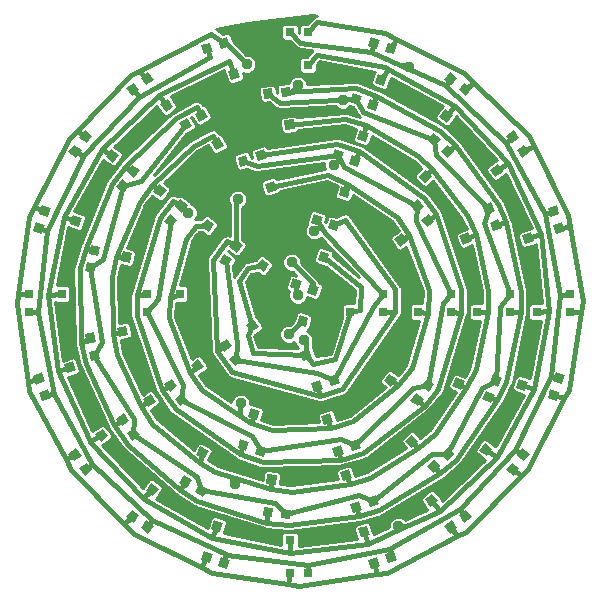
<source format=gtl>
G04 (created by PCBNEW (2013-jul-07)-stable) date tis  3 feb 2015 18:16:58*
%MOIN*%
G04 Gerber Fmt 3.4, Leading zero omitted, Abs format*
%FSLAX34Y34*%
G01*
G70*
G90*
G04 APERTURE LIST*
%ADD10C,0.00590551*%
%ADD11R,0.0314961X0.0314961*%
%ADD12C,0.0374016*%
%ADD13C,0.035*%
%ADD14C,0.015748*%
%ADD15C,0.01*%
G04 APERTURE END LIST*
G54D10*
G36*
X77124Y-55563D02*
X77027Y-55263D01*
X77326Y-55166D01*
X77424Y-55466D01*
X77124Y-55563D01*
X77124Y-55563D01*
G37*
G36*
X77695Y-55378D02*
X77597Y-55078D01*
X77897Y-54981D01*
X77994Y-55280D01*
X77695Y-55378D01*
X77695Y-55378D01*
G37*
G36*
X77355Y-54331D02*
X77257Y-54032D01*
X77557Y-53934D01*
X77654Y-54234D01*
X77355Y-54331D01*
X77355Y-54331D01*
G37*
G36*
X76784Y-54517D02*
X76687Y-54217D01*
X76986Y-54120D01*
X77084Y-54419D01*
X76784Y-54517D01*
X76784Y-54517D01*
G37*
G36*
X73788Y-56022D02*
X73533Y-55837D01*
X73718Y-55583D01*
X73973Y-55768D01*
X73788Y-56022D01*
X73788Y-56022D01*
G37*
G36*
X74140Y-55537D02*
X73885Y-55352D01*
X74071Y-55097D01*
X74325Y-55282D01*
X74140Y-55537D01*
X74140Y-55537D01*
G37*
G36*
X73250Y-54890D02*
X72996Y-54705D01*
X73181Y-54451D01*
X73435Y-54636D01*
X73250Y-54890D01*
X73250Y-54890D01*
G37*
G36*
X72898Y-55376D02*
X72643Y-55191D01*
X72828Y-54936D01*
X73083Y-55121D01*
X72898Y-55376D01*
X72898Y-55376D01*
G37*
G36*
X72983Y-58298D02*
X72675Y-58233D01*
X72740Y-57925D01*
X73048Y-57990D01*
X72983Y-58298D01*
X72983Y-58298D01*
G37*
G36*
X73107Y-57712D02*
X72799Y-57646D01*
X72865Y-57338D01*
X73173Y-57403D01*
X73107Y-57712D01*
X73107Y-57712D01*
G37*
G36*
X72031Y-57483D02*
X71723Y-57417D01*
X71789Y-57109D01*
X72097Y-57175D01*
X72031Y-57483D01*
X72031Y-57483D01*
G37*
G36*
X71907Y-58070D02*
X71599Y-58004D01*
X71664Y-57696D01*
X71972Y-57762D01*
X71907Y-58070D01*
X71907Y-58070D01*
G37*
G36*
X73173Y-60706D02*
X72865Y-60771D01*
X72799Y-60463D01*
X73107Y-60398D01*
X73173Y-60706D01*
X73173Y-60706D01*
G37*
G36*
X73048Y-60119D02*
X72740Y-60184D01*
X72675Y-59876D01*
X72983Y-59811D01*
X73048Y-60119D01*
X73048Y-60119D01*
G37*
G36*
X71972Y-60348D02*
X71664Y-60413D01*
X71599Y-60105D01*
X71907Y-60040D01*
X71972Y-60348D01*
X71972Y-60348D01*
G37*
G36*
X72097Y-60934D02*
X71789Y-61000D01*
X71723Y-60692D01*
X72031Y-60626D01*
X72097Y-60934D01*
X72097Y-60934D01*
G37*
G36*
X74325Y-62827D02*
X74071Y-63012D01*
X73885Y-62757D01*
X74140Y-62572D01*
X74325Y-62827D01*
X74325Y-62827D01*
G37*
G36*
X73973Y-62342D02*
X73718Y-62527D01*
X73533Y-62272D01*
X73788Y-62087D01*
X73973Y-62342D01*
X73973Y-62342D01*
G37*
G36*
X73083Y-62988D02*
X72828Y-63173D01*
X72643Y-62918D01*
X72898Y-62733D01*
X73083Y-62988D01*
X73083Y-62988D01*
G37*
G36*
X73435Y-63474D02*
X73181Y-63659D01*
X72996Y-63404D01*
X73250Y-63219D01*
X73435Y-63474D01*
X73435Y-63474D01*
G37*
G36*
X76242Y-64296D02*
X76084Y-64569D01*
X75811Y-64412D01*
X75969Y-64139D01*
X76242Y-64296D01*
X76242Y-64296D01*
G37*
G36*
X75722Y-63996D02*
X75564Y-64269D01*
X75292Y-64112D01*
X75449Y-63839D01*
X75722Y-63996D01*
X75722Y-63996D01*
G37*
G36*
X75172Y-64949D02*
X75014Y-65222D01*
X74742Y-65064D01*
X74899Y-64791D01*
X75172Y-64949D01*
X75172Y-64949D01*
G37*
G36*
X75692Y-65249D02*
X75534Y-65522D01*
X75261Y-65364D01*
X75419Y-65091D01*
X75692Y-65249D01*
X75692Y-65249D01*
G37*
G36*
X78589Y-64859D02*
X78557Y-65173D01*
X78243Y-65140D01*
X78276Y-64827D01*
X78589Y-64859D01*
X78589Y-64859D01*
G37*
G36*
X77993Y-64797D02*
X77960Y-65110D01*
X77647Y-65077D01*
X77680Y-64764D01*
X77993Y-64797D01*
X77993Y-64797D01*
G37*
G36*
X77878Y-65891D02*
X77845Y-66204D01*
X77532Y-66171D01*
X77565Y-65858D01*
X77878Y-65891D01*
X77878Y-65891D01*
G37*
G36*
X78474Y-65953D02*
X78442Y-66267D01*
X78128Y-66234D01*
X78161Y-65921D01*
X78474Y-65953D01*
X78474Y-65953D01*
G37*
G36*
X80964Y-64418D02*
X81061Y-64718D01*
X80761Y-64815D01*
X80664Y-64516D01*
X80964Y-64418D01*
X80964Y-64418D01*
G37*
G36*
X80393Y-64604D02*
X80490Y-64903D01*
X80191Y-65001D01*
X80093Y-64701D01*
X80393Y-64604D01*
X80393Y-64604D01*
G37*
G36*
X80733Y-65650D02*
X80830Y-65949D01*
X80531Y-66047D01*
X80433Y-65747D01*
X80733Y-65650D01*
X80733Y-65650D01*
G37*
G36*
X81304Y-65465D02*
X81401Y-65764D01*
X81101Y-65861D01*
X81004Y-65562D01*
X81304Y-65465D01*
X81304Y-65465D01*
G37*
G36*
X82953Y-63050D02*
X83164Y-63284D01*
X82930Y-63495D01*
X82719Y-63261D01*
X82953Y-63050D01*
X82953Y-63050D01*
G37*
G36*
X82507Y-63452D02*
X82718Y-63686D01*
X82484Y-63897D01*
X82273Y-63663D01*
X82507Y-63452D01*
X82507Y-63452D01*
G37*
G36*
X83243Y-64269D02*
X83454Y-64503D01*
X83220Y-64714D01*
X83009Y-64480D01*
X83243Y-64269D01*
X83243Y-64269D01*
G37*
G36*
X83689Y-63868D02*
X83900Y-64102D01*
X83666Y-64313D01*
X83455Y-64079D01*
X83689Y-63868D01*
X83689Y-63868D01*
G37*
G36*
X84214Y-60991D02*
X84502Y-61119D01*
X84374Y-61407D01*
X84086Y-61279D01*
X84214Y-60991D01*
X84214Y-60991D01*
G37*
G36*
X83970Y-61539D02*
X84258Y-61667D01*
X84130Y-61955D01*
X83842Y-61827D01*
X83970Y-61539D01*
X83970Y-61539D01*
G37*
G36*
X84975Y-61987D02*
X85263Y-62115D01*
X85135Y-62402D01*
X84847Y-62274D01*
X84975Y-61987D01*
X84975Y-61987D01*
G37*
G36*
X85219Y-61438D02*
X85507Y-61567D01*
X85379Y-61854D01*
X85091Y-61726D01*
X85219Y-61438D01*
X85219Y-61438D01*
G37*
G54D11*
X82717Y-58755D03*
X82717Y-59355D03*
X83817Y-59355D03*
X83817Y-58755D03*
G54D10*
G36*
X81561Y-56439D02*
X81816Y-56254D01*
X82001Y-56509D01*
X81747Y-56694D01*
X81561Y-56439D01*
X81561Y-56439D01*
G37*
G36*
X81914Y-56924D02*
X82169Y-56739D01*
X82354Y-56994D01*
X82099Y-57179D01*
X81914Y-56924D01*
X81914Y-56924D01*
G37*
G36*
X82804Y-56278D02*
X83059Y-56093D01*
X83244Y-56347D01*
X82989Y-56533D01*
X82804Y-56278D01*
X82804Y-56278D01*
G37*
G36*
X82451Y-55792D02*
X82706Y-55607D01*
X82891Y-55862D01*
X82636Y-56047D01*
X82451Y-55792D01*
X82451Y-55792D01*
G37*
G36*
X79485Y-55280D02*
X79582Y-54981D01*
X79882Y-55078D01*
X79785Y-55378D01*
X79485Y-55280D01*
X79485Y-55280D01*
G37*
G36*
X80056Y-55466D02*
X80153Y-55166D01*
X80453Y-55263D01*
X80355Y-55563D01*
X80056Y-55466D01*
X80056Y-55466D01*
G37*
G36*
X80396Y-54419D02*
X80493Y-54120D01*
X80793Y-54217D01*
X80695Y-54517D01*
X80396Y-54419D01*
X80396Y-54419D01*
G37*
G36*
X79825Y-54234D02*
X79922Y-53934D01*
X80222Y-54032D01*
X80125Y-54331D01*
X79825Y-54234D01*
X79825Y-54234D01*
G37*
G36*
X75449Y-54270D02*
X75292Y-53998D01*
X75564Y-53840D01*
X75722Y-54113D01*
X75449Y-54270D01*
X75449Y-54270D01*
G37*
G36*
X75969Y-53970D02*
X75811Y-53698D01*
X76084Y-53540D01*
X76242Y-53813D01*
X75969Y-53970D01*
X75969Y-53970D01*
G37*
G36*
X75419Y-53018D02*
X75261Y-52745D01*
X75534Y-52588D01*
X75692Y-52860D01*
X75419Y-53018D01*
X75419Y-53018D01*
G37*
G36*
X74899Y-53318D02*
X74742Y-53045D01*
X75014Y-52888D01*
X75172Y-53160D01*
X74899Y-53318D01*
X74899Y-53318D01*
G37*
G36*
X75380Y-57179D02*
X75125Y-56994D01*
X75310Y-56739D01*
X75565Y-56924D01*
X75380Y-57179D01*
X75380Y-57179D01*
G37*
G36*
X75733Y-56694D02*
X75478Y-56509D01*
X75663Y-56254D01*
X75918Y-56439D01*
X75733Y-56694D01*
X75733Y-56694D01*
G37*
G36*
X74843Y-56047D02*
X74588Y-55862D01*
X74773Y-55607D01*
X75028Y-55792D01*
X74843Y-56047D01*
X74843Y-56047D01*
G37*
G36*
X74490Y-56533D02*
X74235Y-56347D01*
X74421Y-56093D01*
X74675Y-56278D01*
X74490Y-56533D01*
X74490Y-56533D01*
G37*
G54D11*
X74762Y-59355D03*
X74762Y-58755D03*
X73662Y-58755D03*
X73662Y-59355D03*
G54D10*
G36*
X75918Y-61670D02*
X75663Y-61855D01*
X75478Y-61601D01*
X75733Y-61415D01*
X75918Y-61670D01*
X75918Y-61670D01*
G37*
G36*
X75565Y-61185D02*
X75310Y-61370D01*
X75125Y-61115D01*
X75380Y-60930D01*
X75565Y-61185D01*
X75565Y-61185D01*
G37*
G36*
X74675Y-61831D02*
X74421Y-62017D01*
X74235Y-61762D01*
X74490Y-61577D01*
X74675Y-61831D01*
X74675Y-61831D01*
G37*
G36*
X75028Y-62317D02*
X74773Y-62502D01*
X74588Y-62247D01*
X74843Y-62062D01*
X75028Y-62317D01*
X75028Y-62317D01*
G37*
G36*
X77994Y-62829D02*
X77897Y-63129D01*
X77597Y-63031D01*
X77695Y-62732D01*
X77994Y-62829D01*
X77994Y-62829D01*
G37*
G36*
X77424Y-62644D02*
X77326Y-62943D01*
X77027Y-62846D01*
X77124Y-62546D01*
X77424Y-62644D01*
X77424Y-62644D01*
G37*
G36*
X77084Y-63690D02*
X76986Y-63989D01*
X76687Y-63892D01*
X76784Y-63592D01*
X77084Y-63690D01*
X77084Y-63690D01*
G37*
G36*
X77654Y-63875D02*
X77557Y-64175D01*
X77257Y-64077D01*
X77355Y-63778D01*
X77654Y-63875D01*
X77654Y-63875D01*
G37*
G36*
X80355Y-62546D02*
X80453Y-62846D01*
X80153Y-62943D01*
X80056Y-62644D01*
X80355Y-62546D01*
X80355Y-62546D01*
G37*
G36*
X79785Y-62732D02*
X79882Y-63031D01*
X79582Y-63129D01*
X79485Y-62829D01*
X79785Y-62732D01*
X79785Y-62732D01*
G37*
G36*
X80125Y-63778D02*
X80222Y-64077D01*
X79922Y-64175D01*
X79825Y-63875D01*
X80125Y-63778D01*
X80125Y-63778D01*
G37*
G36*
X80695Y-63592D02*
X80793Y-63892D01*
X80493Y-63989D01*
X80396Y-63690D01*
X80695Y-63592D01*
X80695Y-63592D01*
G37*
G36*
X82099Y-60930D02*
X82354Y-61115D01*
X82169Y-61370D01*
X81914Y-61185D01*
X82099Y-60930D01*
X82099Y-60930D01*
G37*
G36*
X81747Y-61415D02*
X82001Y-61601D01*
X81816Y-61855D01*
X81561Y-61670D01*
X81747Y-61415D01*
X81747Y-61415D01*
G37*
G36*
X82636Y-62062D02*
X82891Y-62247D01*
X82706Y-62502D01*
X82451Y-62317D01*
X82636Y-62062D01*
X82636Y-62062D01*
G37*
G36*
X82989Y-61577D02*
X83244Y-61762D01*
X83059Y-62017D01*
X82804Y-61831D01*
X82989Y-61577D01*
X82989Y-61577D01*
G37*
G54D11*
X80453Y-58755D03*
X80453Y-59355D03*
X81553Y-59355D03*
X81553Y-58755D03*
G54D10*
G36*
X78786Y-57433D02*
X78883Y-57133D01*
X79182Y-57231D01*
X79085Y-57530D01*
X78786Y-57433D01*
X78786Y-57433D01*
G37*
G36*
X79356Y-57618D02*
X79454Y-57319D01*
X79753Y-57416D01*
X79656Y-57716D01*
X79356Y-57618D01*
X79356Y-57618D01*
G37*
G36*
X79696Y-56572D02*
X79793Y-56273D01*
X80093Y-56370D01*
X79996Y-56670D01*
X79696Y-56572D01*
X79696Y-56572D01*
G37*
G36*
X79125Y-56387D02*
X79223Y-56087D01*
X79522Y-56185D01*
X79425Y-56484D01*
X79125Y-56387D01*
X79125Y-56387D01*
G37*
G36*
X77212Y-58510D02*
X76957Y-58325D01*
X77142Y-58070D01*
X77397Y-58255D01*
X77212Y-58510D01*
X77212Y-58510D01*
G37*
G36*
X77564Y-58024D02*
X77309Y-57839D01*
X77495Y-57585D01*
X77749Y-57770D01*
X77564Y-58024D01*
X77564Y-58024D01*
G37*
G36*
X76674Y-57378D02*
X76420Y-57193D01*
X76605Y-56938D01*
X76860Y-57123D01*
X76674Y-57378D01*
X76674Y-57378D01*
G37*
G36*
X76322Y-57863D02*
X76067Y-57678D01*
X76252Y-57423D01*
X76507Y-57608D01*
X76322Y-57863D01*
X76322Y-57863D01*
G37*
G36*
X77749Y-60340D02*
X77495Y-60525D01*
X77309Y-60270D01*
X77564Y-60085D01*
X77749Y-60340D01*
X77749Y-60340D01*
G37*
G36*
X77397Y-59854D02*
X77142Y-60039D01*
X76957Y-59785D01*
X77212Y-59599D01*
X77397Y-59854D01*
X77397Y-59854D01*
G37*
G36*
X76507Y-60501D02*
X76252Y-60686D01*
X76067Y-60431D01*
X76322Y-60246D01*
X76507Y-60501D01*
X76507Y-60501D01*
G37*
G36*
X76860Y-60986D02*
X76605Y-61171D01*
X76420Y-60916D01*
X76674Y-60731D01*
X76860Y-60986D01*
X76860Y-60986D01*
G37*
G36*
X79656Y-60394D02*
X79753Y-60693D01*
X79454Y-60790D01*
X79356Y-60491D01*
X79656Y-60394D01*
X79656Y-60394D01*
G37*
G36*
X79085Y-60579D02*
X79182Y-60879D01*
X78883Y-60976D01*
X78786Y-60676D01*
X79085Y-60579D01*
X79085Y-60579D01*
G37*
G36*
X79425Y-61625D02*
X79522Y-61925D01*
X79223Y-62022D01*
X79125Y-61722D01*
X79425Y-61625D01*
X79425Y-61625D01*
G37*
G36*
X79996Y-61440D02*
X80093Y-61739D01*
X79793Y-61837D01*
X79696Y-61537D01*
X79996Y-61440D01*
X79996Y-61440D01*
G37*
G36*
X78086Y-59586D02*
X78183Y-59287D01*
X78483Y-59384D01*
X78385Y-59683D01*
X78086Y-59586D01*
X78086Y-59586D01*
G37*
G36*
X78657Y-59772D02*
X78754Y-59472D01*
X79053Y-59569D01*
X78956Y-59869D01*
X78657Y-59772D01*
X78657Y-59772D01*
G37*
G36*
X78996Y-58725D02*
X79094Y-58426D01*
X79393Y-58523D01*
X79296Y-58823D01*
X78996Y-58725D01*
X78996Y-58725D01*
G37*
G36*
X78426Y-58540D02*
X78523Y-58240D01*
X78823Y-58338D01*
X78725Y-58637D01*
X78426Y-58540D01*
X78426Y-58540D01*
G37*
G36*
X74550Y-65599D02*
X74365Y-65854D01*
X74110Y-65669D01*
X74296Y-65414D01*
X74550Y-65599D01*
X74550Y-65599D01*
G37*
G36*
X74065Y-65247D02*
X73880Y-65501D01*
X73625Y-65316D01*
X73810Y-65061D01*
X74065Y-65247D01*
X74065Y-65247D01*
G37*
G36*
X73418Y-66136D02*
X73233Y-66391D01*
X72979Y-66206D01*
X73164Y-65951D01*
X73418Y-66136D01*
X73418Y-66136D01*
G37*
G36*
X73904Y-66489D02*
X73719Y-66744D01*
X73464Y-66559D01*
X73649Y-66304D01*
X73904Y-66489D01*
X73904Y-66489D01*
G37*
G36*
X85976Y-56222D02*
X86275Y-56125D01*
X86373Y-56425D01*
X86073Y-56522D01*
X85976Y-56222D01*
X85976Y-56222D01*
G37*
G36*
X86161Y-56793D02*
X86461Y-56696D01*
X86558Y-56995D01*
X86259Y-57093D01*
X86161Y-56793D01*
X86161Y-56793D01*
G37*
G36*
X87207Y-56453D02*
X87507Y-56356D01*
X87604Y-56655D01*
X87305Y-56753D01*
X87207Y-56453D01*
X87207Y-56453D01*
G37*
G36*
X87022Y-55882D02*
X87322Y-55785D01*
X87419Y-56085D01*
X87119Y-56182D01*
X87022Y-55882D01*
X87022Y-55882D01*
G37*
G36*
X84746Y-54125D02*
X85001Y-53940D01*
X85186Y-54195D01*
X84932Y-54380D01*
X84746Y-54125D01*
X84746Y-54125D01*
G37*
G36*
X85099Y-54611D02*
X85354Y-54425D01*
X85539Y-54680D01*
X85284Y-54865D01*
X85099Y-54611D01*
X85099Y-54611D01*
G37*
G36*
X85989Y-53964D02*
X86244Y-53779D01*
X86429Y-54034D01*
X86174Y-54219D01*
X85989Y-53964D01*
X85989Y-53964D01*
G37*
G36*
X85636Y-53479D02*
X85891Y-53293D01*
X86076Y-53548D01*
X85821Y-53733D01*
X85636Y-53479D01*
X85636Y-53479D01*
G37*
G36*
X82929Y-52510D02*
X83114Y-52255D01*
X83369Y-52440D01*
X83184Y-52695D01*
X82929Y-52510D01*
X82929Y-52510D01*
G37*
G36*
X83414Y-52863D02*
X83599Y-52608D01*
X83854Y-52793D01*
X83669Y-53048D01*
X83414Y-52863D01*
X83414Y-52863D01*
G37*
G36*
X84061Y-51973D02*
X84246Y-51718D01*
X84501Y-51903D01*
X84316Y-52158D01*
X84061Y-51973D01*
X84061Y-51973D01*
G37*
G36*
X83575Y-51620D02*
X83761Y-51365D01*
X84015Y-51550D01*
X83830Y-51805D01*
X83575Y-51620D01*
X83575Y-51620D01*
G37*
G36*
X80702Y-51536D02*
X80799Y-51236D01*
X81099Y-51333D01*
X81001Y-51633D01*
X80702Y-51536D01*
X80702Y-51536D01*
G37*
G36*
X81272Y-51721D02*
X81370Y-51422D01*
X81669Y-51519D01*
X81572Y-51818D01*
X81272Y-51721D01*
X81272Y-51721D01*
G37*
G36*
X81612Y-50675D02*
X81710Y-50375D01*
X82009Y-50473D01*
X81912Y-50772D01*
X81612Y-50675D01*
X81612Y-50675D01*
G37*
G36*
X81042Y-50490D02*
X81139Y-50190D01*
X81438Y-50287D01*
X81341Y-50587D01*
X81042Y-50490D01*
X81042Y-50490D01*
G37*
G54D11*
X78440Y-51140D03*
X79040Y-51140D03*
X79040Y-50040D03*
X78440Y-50040D03*
G54D10*
G36*
X75907Y-51818D02*
X75810Y-51519D01*
X76110Y-51422D01*
X76207Y-51721D01*
X75907Y-51818D01*
X75907Y-51818D01*
G37*
G36*
X76478Y-51633D02*
X76381Y-51333D01*
X76680Y-51236D01*
X76778Y-51536D01*
X76478Y-51633D01*
X76478Y-51633D01*
G37*
G36*
X76138Y-50587D02*
X76041Y-50287D01*
X76340Y-50190D01*
X76438Y-50490D01*
X76138Y-50587D01*
X76138Y-50587D01*
G37*
G36*
X75568Y-50772D02*
X75470Y-50473D01*
X75770Y-50375D01*
X75867Y-50675D01*
X75568Y-50772D01*
X75568Y-50772D01*
G37*
G36*
X73810Y-53048D02*
X73625Y-52793D01*
X73880Y-52608D01*
X74065Y-52863D01*
X73810Y-53048D01*
X73810Y-53048D01*
G37*
G36*
X74296Y-52695D02*
X74110Y-52440D01*
X74365Y-52255D01*
X74550Y-52510D01*
X74296Y-52695D01*
X74296Y-52695D01*
G37*
G36*
X73649Y-51805D02*
X73464Y-51550D01*
X73719Y-51365D01*
X73904Y-51620D01*
X73649Y-51805D01*
X73649Y-51805D01*
G37*
G36*
X73164Y-52158D02*
X72979Y-51903D01*
X73233Y-51718D01*
X73418Y-51973D01*
X73164Y-52158D01*
X73164Y-52158D01*
G37*
G36*
X72195Y-54865D02*
X71940Y-54680D01*
X72125Y-54425D01*
X72380Y-54611D01*
X72195Y-54865D01*
X72195Y-54865D01*
G37*
G36*
X72548Y-54380D02*
X72293Y-54195D01*
X72478Y-53940D01*
X72733Y-54125D01*
X72548Y-54380D01*
X72548Y-54380D01*
G37*
G36*
X71658Y-53733D02*
X71403Y-53548D01*
X71588Y-53293D01*
X71843Y-53479D01*
X71658Y-53733D01*
X71658Y-53733D01*
G37*
G36*
X71305Y-54219D02*
X71050Y-54034D01*
X71235Y-53779D01*
X71490Y-53964D01*
X71305Y-54219D01*
X71305Y-54219D01*
G37*
G36*
X71221Y-57093D02*
X70921Y-56995D01*
X71019Y-56696D01*
X71318Y-56793D01*
X71221Y-57093D01*
X71221Y-57093D01*
G37*
G36*
X71406Y-56522D02*
X71107Y-56425D01*
X71204Y-56125D01*
X71503Y-56222D01*
X71406Y-56522D01*
X71406Y-56522D01*
G37*
G36*
X70360Y-56182D02*
X70060Y-56085D01*
X70158Y-55785D01*
X70457Y-55882D01*
X70360Y-56182D01*
X70360Y-56182D01*
G37*
G36*
X70175Y-56753D02*
X69875Y-56655D01*
X69972Y-56356D01*
X70272Y-56453D01*
X70175Y-56753D01*
X70175Y-56753D01*
G37*
G54D11*
X70825Y-59355D03*
X70825Y-58755D03*
X69725Y-58755D03*
X69725Y-59355D03*
G54D10*
G36*
X71510Y-61861D02*
X71214Y-61968D01*
X71107Y-61671D01*
X71403Y-61565D01*
X71510Y-61861D01*
X71510Y-61861D01*
G37*
G36*
X71307Y-61297D02*
X71010Y-61403D01*
X70904Y-61107D01*
X71200Y-61000D01*
X71307Y-61297D01*
X71307Y-61297D01*
G37*
G36*
X70272Y-61669D02*
X69975Y-61776D01*
X69869Y-61480D01*
X70165Y-61373D01*
X70272Y-61669D01*
X70272Y-61669D01*
G37*
G36*
X70475Y-62234D02*
X70179Y-62340D01*
X70072Y-62044D01*
X70368Y-61937D01*
X70475Y-62234D01*
X70475Y-62234D01*
G37*
G36*
X72733Y-63984D02*
X72478Y-64169D01*
X72293Y-63914D01*
X72548Y-63729D01*
X72733Y-63984D01*
X72733Y-63984D01*
G37*
G36*
X72380Y-63499D02*
X72125Y-63684D01*
X71940Y-63429D01*
X72195Y-63244D01*
X72380Y-63499D01*
X72380Y-63499D01*
G37*
G36*
X71490Y-64145D02*
X71235Y-64330D01*
X71050Y-64076D01*
X71305Y-63890D01*
X71490Y-64145D01*
X71490Y-64145D01*
G37*
G36*
X71843Y-64631D02*
X71588Y-64816D01*
X71403Y-64561D01*
X71658Y-64376D01*
X71843Y-64631D01*
X71843Y-64631D01*
G37*
G54D11*
X86654Y-58755D03*
X86654Y-59355D03*
X87754Y-59355D03*
X87754Y-58755D03*
G54D10*
G36*
X76778Y-66574D02*
X76680Y-66873D01*
X76381Y-66776D01*
X76478Y-66476D01*
X76778Y-66574D01*
X76778Y-66574D01*
G37*
G36*
X76207Y-66388D02*
X76110Y-66688D01*
X75810Y-66590D01*
X75907Y-66291D01*
X76207Y-66388D01*
X76207Y-66388D01*
G37*
G36*
X75867Y-67434D02*
X75770Y-67734D01*
X75470Y-67636D01*
X75568Y-67337D01*
X75867Y-67434D01*
X75867Y-67434D01*
G37*
G36*
X76438Y-67620D02*
X76340Y-67919D01*
X76041Y-67822D01*
X76138Y-67522D01*
X76438Y-67620D01*
X76438Y-67620D01*
G37*
G54D11*
X79040Y-66969D03*
X78440Y-66969D03*
X78440Y-68069D03*
X79040Y-68069D03*
G54D10*
G36*
X81572Y-66291D02*
X81669Y-66590D01*
X81370Y-66688D01*
X81272Y-66388D01*
X81572Y-66291D01*
X81572Y-66291D01*
G37*
G36*
X81001Y-66476D02*
X81099Y-66776D01*
X80799Y-66873D01*
X80702Y-66574D01*
X81001Y-66476D01*
X81001Y-66476D01*
G37*
G36*
X81341Y-67522D02*
X81438Y-67822D01*
X81139Y-67919D01*
X81042Y-67620D01*
X81341Y-67522D01*
X81341Y-67522D01*
G37*
G36*
X81912Y-67337D02*
X82009Y-67636D01*
X81710Y-67734D01*
X81612Y-67434D01*
X81912Y-67337D01*
X81912Y-67337D01*
G37*
G36*
X83669Y-65061D02*
X83854Y-65316D01*
X83599Y-65501D01*
X83414Y-65247D01*
X83669Y-65061D01*
X83669Y-65061D01*
G37*
G36*
X83184Y-65414D02*
X83369Y-65669D01*
X83114Y-65854D01*
X82929Y-65599D01*
X83184Y-65414D01*
X83184Y-65414D01*
G37*
G36*
X83830Y-66304D02*
X84015Y-66559D01*
X83761Y-66744D01*
X83575Y-66489D01*
X83830Y-66304D01*
X83830Y-66304D01*
G37*
G36*
X84316Y-65951D02*
X84501Y-66206D01*
X84246Y-66391D01*
X84061Y-66136D01*
X84316Y-65951D01*
X84316Y-65951D01*
G37*
G36*
X85284Y-63244D02*
X85539Y-63429D01*
X85354Y-63684D01*
X85099Y-63499D01*
X85284Y-63244D01*
X85284Y-63244D01*
G37*
G36*
X84932Y-63729D02*
X85186Y-63914D01*
X85001Y-64169D01*
X84746Y-63984D01*
X84932Y-63729D01*
X84932Y-63729D01*
G37*
G36*
X85821Y-64376D02*
X86076Y-64561D01*
X85891Y-64816D01*
X85636Y-64631D01*
X85821Y-64376D01*
X85821Y-64376D01*
G37*
G36*
X86174Y-63890D02*
X86429Y-64076D01*
X86244Y-64330D01*
X85989Y-64145D01*
X86174Y-63890D01*
X86174Y-63890D01*
G37*
G36*
X86259Y-61017D02*
X86558Y-61114D01*
X86461Y-61414D01*
X86161Y-61316D01*
X86259Y-61017D01*
X86259Y-61017D01*
G37*
G36*
X86073Y-61587D02*
X86373Y-61685D01*
X86275Y-61984D01*
X85976Y-61887D01*
X86073Y-61587D01*
X86073Y-61587D01*
G37*
G36*
X87119Y-61927D02*
X87419Y-62025D01*
X87322Y-62324D01*
X87022Y-62227D01*
X87119Y-61927D01*
X87119Y-61927D01*
G37*
G36*
X87305Y-61357D02*
X87604Y-61454D01*
X87507Y-61753D01*
X87207Y-61656D01*
X87305Y-61357D01*
X87305Y-61357D01*
G37*
G54D11*
X84686Y-58755D03*
X84686Y-59355D03*
X85786Y-59355D03*
X85786Y-58755D03*
G54D10*
G36*
X83842Y-56282D02*
X84130Y-56154D01*
X84258Y-56442D01*
X83970Y-56570D01*
X83842Y-56282D01*
X83842Y-56282D01*
G37*
G36*
X84086Y-56830D02*
X84374Y-56702D01*
X84502Y-56990D01*
X84214Y-57118D01*
X84086Y-56830D01*
X84086Y-56830D01*
G37*
G36*
X85091Y-56383D02*
X85379Y-56255D01*
X85507Y-56543D01*
X85219Y-56671D01*
X85091Y-56383D01*
X85091Y-56383D01*
G37*
G36*
X84847Y-55835D02*
X85135Y-55707D01*
X85263Y-55995D01*
X84975Y-56123D01*
X84847Y-55835D01*
X84847Y-55835D01*
G37*
G36*
X82273Y-54447D02*
X82484Y-54213D01*
X82718Y-54423D01*
X82507Y-54657D01*
X82273Y-54447D01*
X82273Y-54447D01*
G37*
G36*
X82719Y-54848D02*
X82930Y-54614D01*
X83164Y-54825D01*
X82953Y-55059D01*
X82719Y-54848D01*
X82719Y-54848D01*
G37*
G36*
X83455Y-54031D02*
X83666Y-53797D01*
X83900Y-54007D01*
X83689Y-54241D01*
X83455Y-54031D01*
X83455Y-54031D01*
G37*
G36*
X83009Y-53629D02*
X83220Y-53395D01*
X83454Y-53606D01*
X83243Y-53840D01*
X83009Y-53629D01*
X83009Y-53629D01*
G37*
G36*
X80093Y-53408D02*
X80191Y-53109D01*
X80490Y-53206D01*
X80393Y-53505D01*
X80093Y-53408D01*
X80093Y-53408D01*
G37*
G36*
X80664Y-53594D02*
X80761Y-53294D01*
X81061Y-53391D01*
X80964Y-53691D01*
X80664Y-53594D01*
X80664Y-53594D01*
G37*
G36*
X81004Y-52547D02*
X81101Y-52248D01*
X81401Y-52345D01*
X81304Y-52645D01*
X81004Y-52547D01*
X81004Y-52547D01*
G37*
G36*
X80433Y-52362D02*
X80531Y-52062D01*
X80830Y-52160D01*
X80733Y-52459D01*
X80433Y-52362D01*
X80433Y-52362D01*
G37*
G36*
X77680Y-53345D02*
X77647Y-53032D01*
X77960Y-52999D01*
X77993Y-53312D01*
X77680Y-53345D01*
X77680Y-53345D01*
G37*
G36*
X78276Y-53283D02*
X78243Y-52969D01*
X78557Y-52937D01*
X78589Y-53250D01*
X78276Y-53283D01*
X78276Y-53283D01*
G37*
G36*
X78161Y-52189D02*
X78128Y-51875D01*
X78442Y-51843D01*
X78474Y-52156D01*
X78161Y-52189D01*
X78161Y-52189D01*
G37*
G36*
X77565Y-52251D02*
X77532Y-51938D01*
X77845Y-51905D01*
X77878Y-52219D01*
X77565Y-52251D01*
X77565Y-52251D01*
G37*
G54D12*
X82400Y-51200D03*
X80200Y-52300D03*
X79900Y-54450D03*
X79250Y-56650D03*
X78700Y-58800D03*
X77000Y-51100D03*
X78700Y-51800D03*
X75050Y-56050D03*
X76700Y-55600D03*
X78500Y-57700D03*
X82050Y-66500D03*
X76600Y-65100D03*
X76800Y-62400D03*
X78900Y-60300D03*
X78400Y-60100D03*
G54D13*
X84150Y-64600D03*
X82650Y-63150D03*
G54D12*
X80950Y-55900D03*
X71600Y-55750D03*
X71450Y-62050D03*
X71100Y-60500D03*
X73200Y-61050D03*
X86050Y-56050D03*
X84050Y-61150D03*
X81750Y-60300D03*
X81950Y-57950D03*
X81300Y-61900D03*
G54D14*
X82315Y-51115D02*
X82093Y-51115D01*
X82400Y-51200D02*
X82315Y-51115D01*
X81240Y-50388D02*
X81125Y-50675D01*
X83795Y-51585D02*
X83622Y-51821D01*
X85856Y-53513D02*
X85623Y-53716D01*
X87220Y-55984D02*
X86952Y-56087D01*
X86952Y-56087D02*
X86952Y-56087D01*
X87754Y-58755D02*
X87450Y-58775D01*
X87406Y-61555D02*
X87122Y-61479D01*
X87122Y-61479D02*
X87122Y-61479D01*
X85949Y-63950D02*
X86209Y-64110D01*
X84100Y-65925D02*
X84281Y-66171D01*
X81725Y-67250D02*
X81811Y-67535D01*
X79050Y-67775D02*
X79040Y-68069D01*
X76304Y-67440D02*
X76239Y-67721D01*
X73837Y-66288D02*
X73684Y-66524D01*
X71850Y-64425D02*
X71623Y-64596D01*
X70575Y-62075D02*
X70273Y-62139D01*
X70030Y-59353D02*
X69725Y-59355D01*
X70350Y-56650D02*
X70073Y-56554D01*
X71525Y-54174D02*
X71270Y-53999D01*
X73198Y-51938D02*
X73400Y-52175D01*
X78440Y-50040D02*
X78775Y-50375D01*
X75775Y-50850D02*
X75669Y-50574D01*
X73400Y-52175D02*
X75775Y-50850D01*
X71525Y-54175D02*
X71525Y-54174D01*
X71525Y-54174D02*
X73400Y-52175D01*
X70350Y-56650D02*
X71525Y-54175D01*
X70025Y-59400D02*
X70030Y-59353D01*
X70030Y-59353D02*
X70350Y-56650D01*
X70575Y-62075D02*
X70025Y-59400D01*
X71850Y-64425D02*
X70575Y-62075D01*
X73850Y-66300D02*
X73837Y-66288D01*
X73837Y-66288D02*
X71850Y-64425D01*
X76325Y-67450D02*
X76304Y-67440D01*
X76304Y-67440D02*
X73850Y-66300D01*
X79050Y-67775D02*
X76325Y-67450D01*
X81725Y-67250D02*
X79050Y-67775D01*
X84100Y-65925D02*
X81725Y-67250D01*
X85950Y-63950D02*
X85949Y-63950D01*
X85949Y-63950D02*
X84100Y-65925D01*
X87125Y-61475D02*
X87122Y-61479D01*
X87122Y-61479D02*
X85950Y-63950D01*
X87450Y-58775D02*
X87125Y-61475D01*
X86950Y-56075D02*
X86952Y-56087D01*
X86952Y-56087D02*
X87450Y-58775D01*
X85600Y-53675D02*
X85623Y-53716D01*
X85623Y-53716D02*
X86950Y-56075D01*
X83600Y-51800D02*
X83622Y-51821D01*
X82093Y-51115D02*
X83600Y-51800D01*
X83622Y-51821D02*
X85600Y-53675D01*
X81125Y-50675D02*
X82093Y-51115D01*
X78775Y-50375D02*
X81125Y-50675D01*
X80238Y-52261D02*
X80632Y-52261D01*
X80200Y-52300D02*
X80238Y-52261D01*
X72863Y-55156D02*
X73475Y-55000D01*
X73475Y-55000D02*
X74957Y-53103D01*
X71785Y-57883D02*
X72200Y-57575D01*
X72200Y-57575D02*
X72863Y-55156D01*
X71910Y-60813D02*
X72175Y-60350D01*
X72175Y-60350D02*
X71785Y-57883D01*
X73216Y-63439D02*
X73250Y-62925D01*
X73250Y-62925D02*
X71910Y-60813D01*
X75476Y-65307D02*
X75325Y-64850D01*
X75325Y-64850D02*
X73216Y-63439D01*
X78301Y-66094D02*
X77950Y-65725D01*
X77950Y-65725D02*
X75476Y-65307D01*
X81202Y-65663D02*
X80725Y-65450D01*
X80725Y-65450D02*
X78301Y-66094D01*
X83677Y-64090D02*
X83175Y-64100D01*
X83175Y-64100D02*
X81202Y-65663D01*
X85299Y-61646D02*
X84825Y-61875D01*
X84825Y-61875D02*
X83677Y-64090D01*
X85786Y-58755D02*
X85425Y-59175D01*
X85425Y-59175D02*
X85299Y-61646D01*
X85055Y-55915D02*
X84900Y-56375D01*
X84900Y-56375D02*
X85786Y-58755D01*
X83232Y-53618D02*
X83300Y-54125D01*
X83300Y-54125D02*
X85055Y-55915D01*
X80632Y-52261D02*
X80875Y-52675D01*
X80875Y-52675D02*
X83232Y-53618D01*
X77705Y-52078D02*
X78100Y-52375D01*
X78100Y-52375D02*
X80632Y-52261D01*
X80024Y-54325D02*
X80024Y-54133D01*
X79900Y-54450D02*
X80024Y-54325D01*
X74808Y-62282D02*
X74875Y-61775D01*
X74875Y-61775D02*
X73662Y-59355D01*
X73662Y-59355D02*
X74050Y-58925D01*
X74050Y-58925D02*
X74455Y-56313D01*
X77456Y-63976D02*
X77175Y-63500D01*
X77175Y-63500D02*
X74808Y-62282D01*
X80594Y-63791D02*
X80150Y-63575D01*
X80150Y-63575D02*
X77456Y-63976D01*
X83024Y-61797D02*
X82525Y-61900D01*
X82525Y-61900D02*
X80594Y-63791D01*
X83024Y-61797D02*
X83525Y-59050D01*
X83525Y-59050D02*
X83817Y-58755D01*
X82671Y-55827D02*
X82625Y-56325D01*
X82625Y-56325D02*
X83817Y-58755D01*
X80024Y-54133D02*
X80250Y-54525D01*
X80250Y-54525D02*
X82671Y-55827D01*
X76885Y-54318D02*
X77325Y-54500D01*
X77325Y-54500D02*
X80024Y-54133D01*
X79332Y-56567D02*
X79501Y-56567D01*
X79250Y-56650D02*
X79332Y-56567D01*
X76640Y-60951D02*
X76675Y-60400D01*
X76675Y-60400D02*
X76287Y-57643D01*
X79895Y-61638D02*
X79350Y-61400D01*
X79350Y-61400D02*
X76640Y-60951D01*
X81553Y-58755D02*
X81200Y-59175D01*
X81200Y-59175D02*
X79895Y-61638D01*
X79324Y-56286D02*
X79501Y-56567D01*
X79501Y-56567D02*
X79600Y-56725D01*
X79600Y-56725D02*
X81553Y-58755D01*
X78624Y-58724D02*
X78624Y-58439D01*
X78700Y-58800D02*
X78624Y-58724D01*
X76288Y-50388D02*
X76239Y-50388D01*
X77000Y-51100D02*
X76288Y-50388D01*
X79040Y-50040D02*
X79344Y-49696D01*
X73684Y-51585D02*
X73413Y-51313D01*
X71623Y-53513D02*
X71345Y-53319D01*
X71345Y-53319D02*
X71345Y-53319D01*
X70259Y-55984D02*
X69897Y-55845D01*
X69725Y-58755D02*
X69366Y-58770D01*
X69366Y-58770D02*
X69366Y-58770D01*
X70070Y-61574D02*
X69703Y-61676D01*
X69703Y-61676D02*
X69703Y-61676D01*
X71270Y-64110D02*
X70961Y-64270D01*
X73198Y-66171D02*
X72913Y-66430D01*
X75669Y-67535D02*
X75486Y-67870D01*
X78440Y-68069D02*
X78354Y-68438D01*
X81240Y-67721D02*
X81322Y-68104D01*
X83795Y-66524D02*
X84004Y-66829D01*
X85856Y-64596D02*
X86143Y-64831D01*
X87220Y-62126D02*
X87576Y-62240D01*
X87576Y-62240D02*
X87576Y-62240D01*
X87754Y-59355D02*
X88143Y-59348D01*
X88143Y-59348D02*
X88143Y-59348D01*
X87406Y-56554D02*
X87767Y-56510D01*
X87767Y-56510D02*
X87767Y-56510D01*
X86209Y-53999D02*
X86564Y-53832D01*
X84281Y-51938D02*
X84575Y-51718D01*
X84575Y-51718D02*
X84575Y-51718D01*
X81811Y-50574D02*
X81986Y-50246D01*
X75800Y-50075D02*
X76239Y-50388D01*
X73150Y-51450D02*
X73413Y-51313D01*
X73413Y-51313D02*
X75800Y-50075D01*
X71075Y-53600D02*
X71345Y-53319D01*
X71345Y-53319D02*
X73150Y-51450D01*
X69725Y-56175D02*
X69897Y-55845D01*
X69897Y-55845D02*
X71075Y-53600D01*
X69325Y-59075D02*
X69366Y-58770D01*
X69366Y-58770D02*
X69725Y-56175D01*
X69750Y-62000D02*
X69703Y-61676D01*
X69703Y-61676D02*
X69325Y-59075D01*
X71150Y-64625D02*
X70961Y-64270D01*
X70961Y-64270D02*
X69750Y-62000D01*
X73225Y-66750D02*
X72913Y-66430D01*
X72913Y-66430D02*
X71150Y-64625D01*
X75850Y-68050D02*
X75486Y-67870D01*
X75486Y-67870D02*
X73225Y-66750D01*
X78750Y-68500D02*
X78354Y-68438D01*
X78354Y-68438D02*
X75850Y-68050D01*
X81675Y-68050D02*
X81322Y-68104D01*
X81322Y-68104D02*
X78750Y-68500D01*
X84300Y-66675D02*
X84004Y-66829D01*
X84004Y-66829D02*
X81675Y-68050D01*
X86375Y-64600D02*
X86143Y-64831D01*
X86143Y-64831D02*
X84300Y-66675D01*
X87725Y-61950D02*
X87576Y-62240D01*
X87576Y-62240D02*
X86375Y-64600D01*
X88200Y-59000D02*
X88143Y-59348D01*
X88143Y-59348D02*
X87725Y-61950D01*
X87700Y-56125D02*
X87767Y-56510D01*
X87767Y-56510D02*
X88200Y-59000D01*
X86400Y-53500D02*
X86564Y-53832D01*
X86564Y-53832D02*
X87700Y-56125D01*
X84250Y-51400D02*
X84575Y-51718D01*
X84575Y-51718D02*
X86400Y-53500D01*
X81600Y-50050D02*
X81986Y-50246D01*
X81986Y-50246D02*
X84250Y-51400D01*
X79344Y-49696D02*
X81600Y-50050D01*
X78483Y-52016D02*
X78301Y-52016D01*
X78700Y-51800D02*
X78483Y-52016D01*
X75325Y-52525D02*
X75476Y-52803D01*
X72925Y-54525D02*
X74625Y-52900D01*
X74625Y-52900D02*
X75325Y-52525D01*
X71642Y-57229D02*
X72500Y-55075D01*
X72925Y-54525D02*
X73216Y-54671D01*
X72500Y-55075D02*
X72925Y-54525D01*
X71475Y-60375D02*
X71425Y-57900D01*
X71625Y-57225D02*
X71642Y-57229D01*
X71642Y-57229D02*
X71910Y-57296D01*
X71425Y-57900D02*
X71625Y-57225D01*
X72585Y-63118D02*
X71650Y-61100D01*
X71475Y-60375D02*
X71785Y-60226D01*
X71650Y-61100D02*
X71475Y-60375D01*
X74775Y-65275D02*
X73050Y-63775D01*
X72575Y-63125D02*
X72585Y-63118D01*
X72585Y-63118D02*
X72863Y-62953D01*
X73050Y-63775D02*
X72575Y-63125D01*
X77650Y-66375D02*
X75350Y-65650D01*
X74775Y-65275D02*
X74957Y-65007D01*
X75350Y-65650D02*
X74775Y-65275D01*
X80725Y-66150D02*
X78400Y-66450D01*
X77650Y-66375D02*
X77705Y-66031D01*
X78400Y-66450D02*
X77650Y-66375D01*
X83450Y-64725D02*
X81400Y-65950D01*
X80725Y-66150D02*
X80632Y-65848D01*
X81400Y-65950D02*
X80725Y-66150D01*
X85350Y-62300D02*
X83975Y-64275D01*
X83450Y-64725D02*
X83232Y-64492D01*
X83975Y-64275D02*
X83450Y-64725D01*
X86125Y-59350D02*
X85650Y-61675D01*
X85350Y-62300D02*
X85055Y-62195D01*
X85650Y-61675D02*
X85350Y-62300D01*
X85625Y-56350D02*
X86125Y-58675D01*
X86125Y-59350D02*
X85786Y-59355D01*
X86125Y-58675D02*
X86125Y-59350D01*
X83925Y-53775D02*
X85375Y-55750D01*
X85625Y-56350D02*
X85299Y-56463D01*
X85375Y-55750D02*
X85625Y-56350D01*
X81300Y-52150D02*
X83425Y-53325D01*
X83925Y-53775D02*
X83677Y-54019D01*
X83425Y-53325D02*
X83925Y-53775D01*
X78301Y-52016D02*
X80625Y-51900D01*
X81300Y-52150D02*
X81202Y-52446D01*
X80625Y-51900D02*
X81300Y-52150D01*
X74827Y-55827D02*
X74808Y-55827D01*
X75050Y-56050D02*
X74827Y-55827D01*
X73325Y-58775D02*
X74100Y-56225D01*
X74550Y-55650D02*
X74808Y-55827D01*
X74100Y-56225D02*
X74550Y-55650D01*
X74175Y-61950D02*
X73325Y-59500D01*
X73325Y-58775D02*
X73662Y-58755D01*
X73325Y-59500D02*
X73325Y-58775D01*
X76775Y-64100D02*
X74625Y-62600D01*
X74175Y-61950D02*
X74455Y-61797D01*
X74625Y-62600D02*
X74175Y-61950D01*
X80125Y-64275D02*
X77525Y-64350D01*
X76775Y-64100D02*
X76885Y-63791D01*
X77525Y-64350D02*
X76775Y-64100D01*
X82925Y-62475D02*
X80875Y-64050D01*
X80125Y-64275D02*
X80024Y-63976D01*
X80875Y-64050D02*
X80125Y-64275D01*
X84150Y-59375D02*
X83375Y-61925D01*
X82925Y-62475D02*
X82671Y-62282D01*
X83375Y-61925D02*
X82925Y-62475D01*
X83300Y-56100D02*
X84150Y-58600D01*
X84150Y-59375D02*
X83817Y-59355D01*
X84150Y-58600D02*
X84150Y-59375D01*
X80725Y-53975D02*
X82900Y-55550D01*
X83300Y-56100D02*
X83024Y-56313D01*
X82900Y-55550D02*
X83300Y-56100D01*
X77456Y-54133D02*
X80000Y-53750D01*
X80000Y-53750D02*
X80725Y-53975D01*
X80725Y-53975D02*
X80594Y-54318D01*
X76640Y-55659D02*
X76640Y-57158D01*
X76700Y-55600D02*
X76640Y-55659D01*
X76350Y-57000D02*
X76640Y-57158D01*
X76000Y-60650D02*
X75875Y-57625D01*
X75875Y-57625D02*
X76350Y-57000D01*
X79450Y-62150D02*
X76500Y-61350D01*
X76000Y-60650D02*
X76287Y-60466D01*
X76500Y-61350D02*
X76000Y-60650D01*
X81950Y-59350D02*
X80175Y-61925D01*
X79450Y-62150D02*
X79324Y-61824D01*
X80175Y-61925D02*
X79450Y-62150D01*
X79895Y-56471D02*
X80275Y-56275D01*
X81950Y-59350D02*
X81553Y-59355D01*
X81950Y-58600D02*
X81950Y-59350D01*
X80275Y-56275D02*
X81950Y-58600D01*
X79195Y-58395D02*
X79195Y-58624D01*
X78500Y-57700D02*
X79195Y-58395D01*
X82051Y-66501D02*
X82300Y-66501D01*
X82050Y-66500D02*
X82051Y-66501D01*
X81471Y-51620D02*
X81694Y-51251D01*
X83634Y-52828D02*
X83925Y-52475D01*
X85319Y-54645D02*
X85700Y-54375D01*
X86360Y-56894D02*
X86800Y-56750D01*
X86654Y-59355D02*
X87075Y-59325D01*
X86174Y-61786D02*
X86575Y-61925D01*
X84966Y-63949D02*
X85322Y-64201D01*
X83149Y-65634D02*
X83450Y-65975D01*
X80900Y-66675D02*
X81050Y-67075D01*
X78440Y-66969D02*
X78425Y-67400D01*
X76009Y-66489D02*
X75850Y-66875D01*
X73845Y-65281D02*
X73550Y-65573D01*
X73550Y-65573D02*
X73550Y-65573D01*
X72160Y-63464D02*
X71770Y-63665D01*
X71770Y-63665D02*
X71770Y-63665D01*
X71105Y-61202D02*
X70700Y-61325D01*
X70825Y-58755D02*
X70378Y-58780D01*
X70378Y-58780D02*
X70378Y-58780D01*
X71305Y-56324D02*
X70903Y-56193D01*
X70903Y-56193D02*
X70903Y-56193D01*
X72513Y-54160D02*
X72175Y-53925D01*
X74330Y-52475D02*
X74075Y-52125D01*
X86800Y-56750D02*
X87075Y-59325D01*
X79325Y-50775D02*
X81600Y-51200D01*
X81600Y-51200D02*
X81694Y-51251D01*
X81694Y-51251D02*
X83925Y-52475D01*
X83925Y-52475D02*
X85700Y-54375D01*
X85700Y-54375D02*
X86800Y-56750D01*
X79040Y-51140D02*
X79325Y-50775D01*
X76400Y-51000D02*
X76579Y-51435D01*
X74075Y-52125D02*
X76400Y-51000D01*
X72175Y-53925D02*
X74075Y-52125D01*
X70900Y-56200D02*
X70903Y-56193D01*
X70903Y-56193D02*
X72175Y-53925D01*
X70375Y-58800D02*
X70378Y-58780D01*
X70378Y-58780D02*
X70900Y-56200D01*
X70700Y-61325D02*
X70375Y-58800D01*
X71775Y-63675D02*
X71770Y-63665D01*
X71770Y-63665D02*
X70700Y-61325D01*
X73575Y-65600D02*
X73550Y-65573D01*
X73550Y-65573D02*
X71775Y-63675D01*
X75850Y-66875D02*
X73575Y-65600D01*
X78425Y-67400D02*
X75850Y-66875D01*
X81050Y-67075D02*
X78425Y-67400D01*
X83450Y-65975D02*
X82707Y-66315D01*
X82707Y-66315D02*
X82300Y-66501D01*
X82300Y-66501D02*
X81050Y-67075D01*
X85350Y-64175D02*
X85322Y-64201D01*
X85322Y-64201D02*
X83450Y-65975D01*
X86575Y-61925D02*
X85350Y-64175D01*
X87075Y-59325D02*
X86575Y-61925D01*
X76509Y-65009D02*
X76509Y-64866D01*
X76600Y-65100D02*
X76509Y-65009D01*
X73850Y-55125D02*
X75225Y-53825D01*
X75875Y-53475D02*
X76026Y-53755D01*
X75225Y-53825D02*
X75875Y-53475D01*
X72650Y-57525D02*
X73425Y-55675D01*
X73850Y-55125D02*
X74105Y-55317D01*
X73425Y-55675D02*
X73850Y-55125D01*
X72550Y-60100D02*
X72500Y-58200D01*
X72650Y-57525D02*
X72986Y-57525D01*
X72500Y-58200D02*
X72650Y-57525D01*
X73475Y-62475D02*
X72675Y-60775D01*
X72550Y-60100D02*
X72861Y-59998D01*
X72675Y-60775D02*
X72550Y-60100D01*
X75425Y-64375D02*
X73850Y-63075D01*
X73475Y-62475D02*
X73753Y-62307D01*
X73850Y-63075D02*
X73475Y-62475D01*
X77800Y-65250D02*
X76509Y-64866D01*
X76509Y-64866D02*
X75950Y-64700D01*
X75425Y-64375D02*
X75507Y-64054D01*
X75950Y-64700D02*
X75425Y-64375D01*
X80425Y-65100D02*
X78500Y-65350D01*
X77800Y-65250D02*
X77820Y-64937D01*
X78500Y-65350D02*
X77800Y-65250D01*
X82700Y-63900D02*
X81100Y-64900D01*
X80425Y-65100D02*
X80292Y-64802D01*
X81100Y-64900D02*
X80425Y-65100D01*
X84300Y-61875D02*
X83275Y-63425D01*
X82700Y-63900D02*
X82496Y-63674D01*
X83275Y-63425D02*
X82700Y-63900D01*
X85023Y-59374D02*
X84650Y-61250D01*
X84300Y-61875D02*
X84050Y-61747D01*
X84650Y-61250D02*
X84300Y-61875D01*
X84650Y-56750D02*
X85050Y-58650D01*
X85025Y-59375D02*
X85023Y-59374D01*
X85023Y-59374D02*
X84686Y-59355D01*
X85050Y-58650D02*
X85025Y-59375D01*
X83175Y-54600D02*
X84325Y-56125D01*
X84650Y-56750D02*
X84294Y-56910D01*
X84325Y-56125D02*
X84650Y-56750D01*
X80975Y-53125D02*
X82700Y-54150D01*
X83175Y-54600D02*
X82941Y-54837D01*
X82700Y-54150D02*
X83175Y-54600D01*
X78416Y-53110D02*
X80275Y-52925D01*
X80975Y-53125D02*
X80862Y-53492D01*
X80275Y-52925D02*
X80975Y-53125D01*
X76786Y-62413D02*
X76786Y-62820D01*
X76800Y-62400D02*
X76786Y-62413D01*
X74425Y-58900D02*
X74975Y-56925D01*
X75300Y-56475D02*
X75698Y-56474D01*
X74975Y-56925D02*
X75300Y-56475D01*
X74400Y-59550D02*
X74425Y-58900D01*
X74425Y-58900D02*
X74762Y-58755D01*
X75100Y-61375D02*
X74400Y-59550D01*
X77125Y-63050D02*
X76786Y-62820D01*
X76786Y-62820D02*
X75500Y-61950D01*
X75100Y-61375D02*
X75345Y-61150D01*
X75500Y-61950D02*
X75100Y-61375D01*
X79800Y-63225D02*
X77825Y-63300D01*
X77125Y-63050D02*
X77225Y-62745D01*
X77825Y-63300D02*
X77125Y-63050D01*
X82050Y-61800D02*
X80550Y-63000D01*
X79800Y-63225D02*
X79684Y-62930D01*
X80550Y-63000D02*
X79800Y-63225D01*
X83050Y-59375D02*
X82500Y-61225D01*
X82050Y-61800D02*
X81781Y-61635D01*
X82500Y-61225D02*
X82050Y-61800D01*
X82400Y-56800D02*
X83075Y-58625D01*
X83050Y-59375D02*
X82717Y-59355D01*
X83075Y-58625D02*
X83050Y-59375D01*
X80350Y-55075D02*
X82000Y-56175D01*
X82400Y-56800D02*
X82134Y-56959D01*
X82000Y-56175D02*
X82400Y-56800D01*
X77796Y-55179D02*
X79700Y-54775D01*
X80350Y-55075D02*
X80254Y-55364D01*
X79700Y-54775D02*
X80350Y-55075D01*
X78984Y-60384D02*
X78984Y-60777D01*
X78900Y-60300D02*
X78984Y-60384D01*
X77177Y-59819D02*
X76725Y-58325D01*
X77025Y-57900D02*
X77529Y-57804D01*
X76725Y-58325D02*
X77025Y-57900D01*
X78984Y-60777D02*
X77200Y-60725D01*
X77025Y-60125D02*
X77177Y-59819D01*
X77200Y-60725D02*
X77025Y-60125D01*
X80453Y-59355D02*
X79950Y-60925D01*
X79200Y-61075D02*
X78984Y-60777D01*
X79950Y-60925D02*
X79200Y-61075D01*
X79555Y-57517D02*
X80800Y-58525D01*
X80775Y-59300D02*
X80453Y-59355D01*
X80800Y-58525D02*
X80775Y-59300D01*
X78400Y-60100D02*
X78829Y-59670D01*
X78829Y-59670D02*
X78855Y-59670D01*
G54D15*
X84000Y-64750D02*
X84000Y-64800D01*
X84150Y-64600D02*
X84000Y-64750D01*
X82773Y-63273D02*
X82941Y-63273D01*
X82650Y-63150D02*
X82773Y-63273D01*
G54D14*
X81524Y-56474D02*
X81781Y-56474D01*
X80950Y-55900D02*
X81524Y-56474D01*
X71850Y-55500D02*
X71850Y-55350D01*
X71600Y-55750D02*
X71850Y-55500D01*
X71350Y-61750D02*
X71308Y-61766D01*
X71350Y-61950D02*
X71350Y-61750D01*
X71450Y-62050D02*
X71350Y-61950D01*
X70950Y-60350D02*
X70950Y-60000D01*
X71100Y-60500D02*
X70950Y-60350D01*
X72986Y-60836D02*
X72986Y-60584D01*
X73200Y-61050D02*
X72986Y-60836D01*
X86174Y-56174D02*
X86174Y-56324D01*
X86050Y-56050D02*
X86174Y-56174D01*
X84099Y-61199D02*
X84294Y-61199D01*
X84050Y-61150D02*
X84099Y-61199D01*
X82000Y-60050D02*
X82100Y-60050D01*
X81750Y-60300D02*
X82000Y-60050D01*
X82000Y-57900D02*
X82000Y-57600D01*
X81950Y-57950D02*
X82000Y-57900D01*
X81300Y-61900D02*
X81100Y-61900D01*
G54D10*
G36*
X86837Y-59067D02*
X86786Y-59067D01*
X86471Y-59067D01*
X86423Y-59087D01*
X86387Y-59123D01*
X86367Y-59171D01*
X86367Y-59223D01*
X86367Y-59538D01*
X86386Y-59586D01*
X86423Y-59622D01*
X86471Y-59642D01*
X86522Y-59642D01*
X86801Y-59642D01*
X86431Y-61567D01*
X86388Y-61553D01*
X86333Y-61535D01*
X86333Y-59350D01*
X86333Y-58675D01*
X86327Y-58645D01*
X86327Y-58631D01*
X85829Y-56306D01*
X85823Y-56294D01*
X85822Y-56281D01*
X85818Y-56275D01*
X85817Y-56269D01*
X85567Y-55669D01*
X85556Y-55652D01*
X85543Y-55626D01*
X84093Y-53651D01*
X84081Y-53641D01*
X84073Y-53628D01*
X84067Y-53624D01*
X84064Y-53619D01*
X83564Y-53169D01*
X83552Y-53162D01*
X83526Y-53140D01*
X81400Y-51967D01*
X81386Y-51962D01*
X81372Y-51953D01*
X80701Y-51705D01*
X80694Y-51701D01*
X80614Y-51689D01*
X79017Y-51770D01*
X79017Y-51737D01*
X78968Y-51620D01*
X78879Y-51531D01*
X78763Y-51483D01*
X78637Y-51482D01*
X78520Y-51531D01*
X78431Y-51620D01*
X78390Y-51717D01*
X78089Y-51749D01*
X78044Y-51774D01*
X78011Y-51814D01*
X77996Y-51863D01*
X78002Y-51915D01*
X78016Y-52051D01*
X77989Y-52031D01*
X77971Y-51866D01*
X77947Y-51821D01*
X77907Y-51788D01*
X77857Y-51773D01*
X77806Y-51779D01*
X77492Y-51812D01*
X77447Y-51836D01*
X77414Y-51876D01*
X77400Y-51926D01*
X77405Y-51977D01*
X77438Y-52291D01*
X77463Y-52336D01*
X77503Y-52369D01*
X77552Y-52383D01*
X77604Y-52378D01*
X77737Y-52364D01*
X77974Y-52542D01*
X78004Y-52556D01*
X78028Y-52571D01*
X78038Y-52572D01*
X78047Y-52577D01*
X78081Y-52579D01*
X78109Y-52583D01*
X79951Y-52499D01*
X80020Y-52568D01*
X80136Y-52616D01*
X80262Y-52617D01*
X80379Y-52568D01*
X80445Y-52502D01*
X80552Y-52537D01*
X80694Y-52780D01*
X80713Y-52801D01*
X80729Y-52824D01*
X80740Y-52831D01*
X80749Y-52841D01*
X80756Y-52845D01*
X80336Y-52725D01*
X80335Y-52724D01*
X80333Y-52724D01*
X80332Y-52724D01*
X80314Y-52722D01*
X80254Y-52716D01*
X78671Y-52874D01*
X78659Y-52852D01*
X78618Y-52819D01*
X78569Y-52805D01*
X78517Y-52810D01*
X78204Y-52843D01*
X78159Y-52867D01*
X78126Y-52908D01*
X78111Y-52957D01*
X78117Y-53009D01*
X78150Y-53322D01*
X78174Y-53367D01*
X78214Y-53400D01*
X78264Y-53415D01*
X78315Y-53409D01*
X78629Y-53376D01*
X78674Y-53352D01*
X78707Y-53312D01*
X78713Y-53290D01*
X80255Y-53136D01*
X80640Y-53246D01*
X80630Y-53278D01*
X80532Y-53578D01*
X80536Y-53629D01*
X80560Y-53676D01*
X80599Y-53709D01*
X80648Y-53725D01*
X80948Y-53823D01*
X80999Y-53818D01*
X81046Y-53795D01*
X81079Y-53756D01*
X81095Y-53707D01*
X81168Y-53482D01*
X82571Y-54315D01*
X82815Y-54547D01*
X82605Y-54780D01*
X82588Y-54829D01*
X82591Y-54881D01*
X82613Y-54927D01*
X82651Y-54962D01*
X82885Y-55173D01*
X82934Y-55190D01*
X82986Y-55187D01*
X83032Y-55165D01*
X83067Y-55127D01*
X83200Y-54980D01*
X84149Y-56240D01*
X84327Y-56581D01*
X84297Y-56594D01*
X84010Y-56722D01*
X83974Y-56760D01*
X83955Y-56808D01*
X83957Y-56860D01*
X83978Y-56907D01*
X84106Y-57195D01*
X84143Y-57230D01*
X84192Y-57249D01*
X84243Y-57247D01*
X84290Y-57226D01*
X84516Y-57126D01*
X84840Y-58667D01*
X84826Y-59067D01*
X84817Y-59067D01*
X84502Y-59067D01*
X84455Y-59087D01*
X84418Y-59123D01*
X84398Y-59171D01*
X84398Y-59223D01*
X84398Y-59538D01*
X84418Y-59586D01*
X84455Y-59622D01*
X84502Y-59642D01*
X84554Y-59642D01*
X84758Y-59642D01*
X84452Y-61174D01*
X84359Y-61341D01*
X84359Y-58613D01*
X84358Y-58609D01*
X84358Y-58600D01*
X84355Y-58581D01*
X84348Y-58532D01*
X83497Y-56032D01*
X83480Y-56003D01*
X83479Y-56001D01*
X83468Y-55977D01*
X83465Y-55973D01*
X83465Y-55972D01*
X83464Y-55971D01*
X83068Y-55427D01*
X83049Y-55408D01*
X83022Y-55380D01*
X80858Y-53814D01*
X80858Y-53813D01*
X80858Y-53813D01*
X80847Y-53805D01*
X80823Y-53795D01*
X80821Y-53793D01*
X80799Y-53779D01*
X80794Y-53779D01*
X80786Y-53775D01*
X80061Y-53550D01*
X80058Y-53550D01*
X80049Y-53546D01*
X79994Y-53543D01*
X79980Y-53542D01*
X79978Y-53542D01*
X79968Y-53542D01*
X77679Y-53888D01*
X77673Y-53870D01*
X77639Y-53830D01*
X77593Y-53807D01*
X77541Y-53803D01*
X77492Y-53819D01*
X77193Y-53916D01*
X77153Y-53950D01*
X77130Y-53996D01*
X77126Y-54047D01*
X77142Y-54096D01*
X77180Y-54214D01*
X77150Y-54202D01*
X77102Y-54055D01*
X77068Y-54016D01*
X77022Y-53992D01*
X76971Y-53988D01*
X76922Y-54004D01*
X76622Y-54102D01*
X76583Y-54135D01*
X76559Y-54181D01*
X76555Y-54233D01*
X76571Y-54282D01*
X76668Y-54581D01*
X76702Y-54621D01*
X76748Y-54644D01*
X76800Y-54648D01*
X76849Y-54632D01*
X76989Y-54587D01*
X77245Y-54692D01*
X77258Y-54695D01*
X77271Y-54701D01*
X77299Y-54703D01*
X77325Y-54708D01*
X77338Y-54705D01*
X77352Y-54706D01*
X79583Y-54405D01*
X79582Y-54512D01*
X79610Y-54580D01*
X78014Y-54919D01*
X78013Y-54916D01*
X77979Y-54877D01*
X77933Y-54853D01*
X77881Y-54849D01*
X77832Y-54865D01*
X77533Y-54962D01*
X77493Y-54996D01*
X77470Y-55042D01*
X77466Y-55093D01*
X77482Y-55143D01*
X77579Y-55442D01*
X77612Y-55482D01*
X77659Y-55505D01*
X77710Y-55509D01*
X77759Y-55493D01*
X78059Y-55396D01*
X78098Y-55362D01*
X78118Y-55324D01*
X79675Y-54993D01*
X80021Y-55153D01*
X79924Y-55450D01*
X79928Y-55501D01*
X79952Y-55548D01*
X79991Y-55581D01*
X80040Y-55597D01*
X80340Y-55695D01*
X80391Y-55691D01*
X80437Y-55667D01*
X80471Y-55628D01*
X80487Y-55579D01*
X80530Y-55446D01*
X81848Y-56325D01*
X82060Y-56657D01*
X81817Y-56834D01*
X81790Y-56878D01*
X81782Y-56929D01*
X81794Y-56980D01*
X81824Y-57022D01*
X82009Y-57276D01*
X82053Y-57303D01*
X82104Y-57312D01*
X82155Y-57300D01*
X82196Y-57269D01*
X82318Y-57181D01*
X82864Y-58658D01*
X82851Y-59067D01*
X82849Y-59067D01*
X82534Y-59067D01*
X82486Y-59087D01*
X82450Y-59123D01*
X82430Y-59171D01*
X82430Y-59223D01*
X82430Y-59538D01*
X82449Y-59586D01*
X82486Y-59622D01*
X82534Y-59642D01*
X82585Y-59642D01*
X82753Y-59642D01*
X82311Y-61125D01*
X82158Y-61321D01*
X82158Y-59350D01*
X82158Y-58600D01*
X82155Y-58583D01*
X82154Y-58551D01*
X82144Y-58530D01*
X82142Y-58520D01*
X82134Y-58507D01*
X82120Y-58477D01*
X80444Y-56152D01*
X80425Y-56135D01*
X80409Y-56115D01*
X80395Y-56107D01*
X80384Y-56097D01*
X80361Y-56088D01*
X80337Y-56075D01*
X80321Y-56073D01*
X80308Y-56068D01*
X80284Y-56069D01*
X80257Y-56066D01*
X80241Y-56071D01*
X80226Y-56071D01*
X80205Y-56081D01*
X80178Y-56089D01*
X79974Y-56195D01*
X79809Y-56141D01*
X79758Y-56145D01*
X79711Y-56168D01*
X79678Y-56208D01*
X79662Y-56257D01*
X79624Y-56372D01*
X79607Y-56344D01*
X79654Y-56200D01*
X79650Y-56149D01*
X79627Y-56103D01*
X79587Y-56069D01*
X79538Y-56053D01*
X79238Y-55956D01*
X79187Y-55960D01*
X79141Y-55983D01*
X79107Y-56022D01*
X79091Y-56072D01*
X78994Y-56371D01*
X78998Y-56423D01*
X79008Y-56443D01*
X78981Y-56470D01*
X78933Y-56586D01*
X78932Y-56712D01*
X78981Y-56829D01*
X79070Y-56918D01*
X79186Y-56966D01*
X79312Y-56967D01*
X79429Y-56918D01*
X79463Y-56884D01*
X80731Y-58201D01*
X79863Y-57498D01*
X79885Y-57432D01*
X79881Y-57380D01*
X79857Y-57334D01*
X79818Y-57301D01*
X79769Y-57285D01*
X79469Y-57187D01*
X79418Y-57191D01*
X79372Y-57215D01*
X79338Y-57254D01*
X79322Y-57303D01*
X79225Y-57603D01*
X79229Y-57654D01*
X79252Y-57700D01*
X79291Y-57734D01*
X79340Y-57750D01*
X79624Y-57842D01*
X80587Y-58622D01*
X80573Y-59067D01*
X80270Y-59067D01*
X80222Y-59087D01*
X80186Y-59123D01*
X80166Y-59171D01*
X80166Y-59223D01*
X80166Y-59538D01*
X80171Y-59551D01*
X79788Y-60744D01*
X79525Y-60797D01*
X79525Y-58539D01*
X79521Y-58487D01*
X79498Y-58441D01*
X79458Y-58408D01*
X79409Y-58392D01*
X79403Y-58389D01*
X79388Y-58315D01*
X79343Y-58247D01*
X78816Y-57721D01*
X78817Y-57637D01*
X78768Y-57520D01*
X78679Y-57431D01*
X78563Y-57383D01*
X78437Y-57382D01*
X78320Y-57431D01*
X78231Y-57520D01*
X78183Y-57636D01*
X78182Y-57762D01*
X78231Y-57879D01*
X78320Y-57968D01*
X78436Y-58016D01*
X78521Y-58017D01*
X78650Y-58145D01*
X78539Y-58109D01*
X78487Y-58113D01*
X78441Y-58136D01*
X78408Y-58176D01*
X78392Y-58225D01*
X78294Y-58524D01*
X78298Y-58576D01*
X78322Y-58622D01*
X78361Y-58656D01*
X78409Y-58671D01*
X78383Y-58736D01*
X78382Y-58862D01*
X78431Y-58979D01*
X78520Y-59068D01*
X78636Y-59116D01*
X78762Y-59117D01*
X78879Y-59068D01*
X78968Y-58979D01*
X79014Y-58868D01*
X79280Y-58954D01*
X79332Y-58950D01*
X79378Y-58927D01*
X79412Y-58888D01*
X79428Y-58838D01*
X79525Y-58539D01*
X79525Y-60797D01*
X79307Y-60840D01*
X79298Y-60814D01*
X79201Y-60514D01*
X79193Y-60505D01*
X79193Y-60420D01*
X79216Y-60363D01*
X79217Y-60237D01*
X79168Y-60120D01*
X79079Y-60031D01*
X78994Y-59995D01*
X79038Y-59973D01*
X79072Y-59934D01*
X79088Y-59885D01*
X79185Y-59585D01*
X79181Y-59533D01*
X79158Y-59487D01*
X79118Y-59454D01*
X79069Y-59438D01*
X78770Y-59340D01*
X78718Y-59344D01*
X78672Y-59368D01*
X78638Y-59407D01*
X78622Y-59456D01*
X78562Y-59642D01*
X78421Y-59783D01*
X78337Y-59782D01*
X78220Y-59831D01*
X78131Y-59920D01*
X78083Y-60036D01*
X78082Y-60162D01*
X78131Y-60279D01*
X78220Y-60368D01*
X78336Y-60416D01*
X78462Y-60417D01*
X78579Y-60368D01*
X78583Y-60364D01*
X78631Y-60479D01*
X78712Y-60561D01*
X77358Y-60520D01*
X77248Y-60144D01*
X77264Y-60111D01*
X77494Y-59944D01*
X77521Y-59900D01*
X77529Y-59849D01*
X77517Y-59799D01*
X77487Y-59757D01*
X77302Y-59502D01*
X77297Y-59499D01*
X76954Y-58362D01*
X77146Y-58089D01*
X77373Y-58046D01*
X77509Y-58145D01*
X77559Y-58157D01*
X77610Y-58149D01*
X77654Y-58122D01*
X77685Y-58080D01*
X77870Y-57825D01*
X77882Y-57775D01*
X77874Y-57724D01*
X77847Y-57680D01*
X77805Y-57649D01*
X77550Y-57464D01*
X77500Y-57452D01*
X77449Y-57460D01*
X77405Y-57487D01*
X77374Y-57529D01*
X77297Y-57636D01*
X76989Y-57694D01*
X76989Y-57694D01*
X76988Y-57694D01*
X76986Y-57694D01*
X76957Y-57706D01*
X76913Y-57723D01*
X76911Y-57724D01*
X76910Y-57725D01*
X76889Y-57745D01*
X76854Y-57779D01*
X76573Y-58178D01*
X76521Y-57810D01*
X76627Y-57664D01*
X76639Y-57614D01*
X76631Y-57563D01*
X76604Y-57519D01*
X76562Y-57488D01*
X76355Y-57337D01*
X76370Y-57317D01*
X76619Y-57498D01*
X76669Y-57510D01*
X76720Y-57502D01*
X76764Y-57475D01*
X76795Y-57433D01*
X76980Y-57179D01*
X76992Y-57128D01*
X76984Y-57077D01*
X76957Y-57033D01*
X76915Y-57003D01*
X76848Y-56954D01*
X76848Y-55881D01*
X76879Y-55868D01*
X76968Y-55779D01*
X77016Y-55663D01*
X77017Y-55537D01*
X76968Y-55420D01*
X76879Y-55331D01*
X76763Y-55283D01*
X76637Y-55282D01*
X76520Y-55331D01*
X76431Y-55420D01*
X76383Y-55536D01*
X76382Y-55662D01*
X76431Y-55779D01*
X76431Y-55779D01*
X76431Y-56810D01*
X76426Y-56809D01*
X76402Y-56797D01*
X76386Y-56796D01*
X76372Y-56792D01*
X76348Y-56794D01*
X76321Y-56792D01*
X76305Y-56798D01*
X76291Y-56799D01*
X76270Y-56810D01*
X76244Y-56819D01*
X76231Y-56831D01*
X76218Y-56837D01*
X76204Y-56854D01*
X76183Y-56873D01*
X75708Y-57498D01*
X75695Y-57526D01*
X75678Y-57553D01*
X75677Y-57563D01*
X75673Y-57572D01*
X75671Y-57603D01*
X75666Y-57633D01*
X75793Y-60658D01*
X75794Y-60665D01*
X75794Y-60686D01*
X75796Y-60691D01*
X75796Y-60696D01*
X75809Y-60725D01*
X75812Y-60737D01*
X75816Y-60743D01*
X75824Y-60762D01*
X75827Y-60766D01*
X75830Y-60771D01*
X76329Y-61471D01*
X76355Y-61496D01*
X76372Y-61515D01*
X76380Y-61518D01*
X76388Y-61527D01*
X76422Y-61539D01*
X76445Y-61551D01*
X79394Y-62352D01*
X79419Y-62354D01*
X79430Y-62357D01*
X79438Y-62357D01*
X79445Y-62358D01*
X79454Y-62356D01*
X79476Y-62358D01*
X79499Y-62350D01*
X79511Y-62349D01*
X80236Y-62124D01*
X80266Y-62109D01*
X80288Y-62100D01*
X80295Y-62092D01*
X80308Y-62086D01*
X80329Y-62060D01*
X80346Y-62043D01*
X82122Y-59469D01*
X82133Y-59443D01*
X82142Y-59429D01*
X82143Y-59429D01*
X82143Y-59427D01*
X82146Y-59414D01*
X82155Y-59394D01*
X82155Y-59366D01*
X82158Y-59350D01*
X82158Y-61321D01*
X82042Y-61470D01*
X81802Y-61295D01*
X81752Y-61283D01*
X81701Y-61291D01*
X81657Y-61318D01*
X81626Y-61360D01*
X81441Y-61615D01*
X81429Y-61665D01*
X81437Y-61716D01*
X81464Y-61760D01*
X81506Y-61791D01*
X81621Y-61874D01*
X80451Y-62811D01*
X79992Y-62949D01*
X79900Y-62667D01*
X79867Y-62628D01*
X79821Y-62604D01*
X79769Y-62600D01*
X79720Y-62616D01*
X79420Y-62713D01*
X79381Y-62747D01*
X79358Y-62793D01*
X79354Y-62845D01*
X79369Y-62894D01*
X79414Y-63030D01*
X77855Y-63089D01*
X77461Y-62948D01*
X77555Y-62659D01*
X77551Y-62608D01*
X77528Y-62562D01*
X77488Y-62528D01*
X77439Y-62512D01*
X77140Y-62415D01*
X77116Y-62416D01*
X77117Y-62337D01*
X77068Y-62220D01*
X76979Y-62131D01*
X76863Y-62083D01*
X76737Y-62082D01*
X76620Y-62131D01*
X76531Y-62220D01*
X76483Y-62336D01*
X76483Y-62363D01*
X75648Y-61798D01*
X75411Y-61457D01*
X75663Y-61275D01*
X75690Y-61231D01*
X75698Y-61180D01*
X75686Y-61130D01*
X75655Y-61088D01*
X75470Y-60833D01*
X75426Y-60806D01*
X75375Y-60798D01*
X75325Y-60810D01*
X75283Y-60840D01*
X75154Y-60933D01*
X74610Y-59515D01*
X74628Y-59042D01*
X74630Y-59042D01*
X74945Y-59042D01*
X74993Y-59022D01*
X75030Y-58986D01*
X75050Y-58938D01*
X75050Y-58886D01*
X75050Y-58571D01*
X75030Y-58524D01*
X74993Y-58487D01*
X74946Y-58467D01*
X74894Y-58467D01*
X74762Y-58467D01*
X75168Y-57013D01*
X75406Y-56683D01*
X75497Y-56683D01*
X75677Y-56814D01*
X75727Y-56826D01*
X75779Y-56818D01*
X75823Y-56791D01*
X75853Y-56749D01*
X76038Y-56495D01*
X76050Y-56444D01*
X76042Y-56393D01*
X76015Y-56349D01*
X75974Y-56319D01*
X75719Y-56133D01*
X75668Y-56121D01*
X75617Y-56129D01*
X75573Y-56156D01*
X75543Y-56198D01*
X75494Y-56265D01*
X75299Y-56266D01*
X75284Y-56269D01*
X75279Y-56269D01*
X75318Y-56229D01*
X75366Y-56113D01*
X75367Y-55987D01*
X75318Y-55870D01*
X75229Y-55781D01*
X75153Y-55749D01*
X75152Y-55747D01*
X75125Y-55702D01*
X75084Y-55672D01*
X74829Y-55487D01*
X74779Y-55475D01*
X74727Y-55483D01*
X74700Y-55500D01*
X74668Y-55477D01*
X74638Y-55465D01*
X74605Y-55448D01*
X74598Y-55447D01*
X74593Y-55445D01*
X74564Y-55445D01*
X74524Y-55442D01*
X74516Y-55444D01*
X74511Y-55444D01*
X74487Y-55454D01*
X74446Y-55467D01*
X74440Y-55473D01*
X74436Y-55474D01*
X74418Y-55492D01*
X74385Y-55521D01*
X73939Y-56091D01*
X73938Y-56092D01*
X73938Y-56093D01*
X73935Y-56096D01*
X73922Y-56122D01*
X73900Y-56164D01*
X73125Y-58714D01*
X73122Y-58744D01*
X73116Y-58775D01*
X73116Y-59500D01*
X73123Y-59533D01*
X73127Y-59568D01*
X73976Y-62018D01*
X73988Y-62039D01*
X73991Y-62049D01*
X73998Y-62058D01*
X74003Y-62068D01*
X74453Y-62718D01*
X74478Y-62743D01*
X74505Y-62771D01*
X76655Y-64271D01*
X76680Y-64281D01*
X76704Y-64296D01*
X76707Y-64296D01*
X76709Y-64298D01*
X77449Y-64544D01*
X77450Y-64545D01*
X77452Y-64545D01*
X77459Y-64547D01*
X77484Y-64550D01*
X77531Y-64558D01*
X80102Y-64482D01*
X80103Y-64482D01*
X80107Y-64482D01*
X80111Y-64483D01*
X80123Y-64481D01*
X80131Y-64481D01*
X80139Y-64479D01*
X80148Y-64478D01*
X80184Y-64474D01*
X80934Y-64249D01*
X80967Y-64232D01*
X81002Y-64215D01*
X83053Y-62641D01*
X83075Y-62616D01*
X83086Y-62607D01*
X83536Y-62057D01*
X83574Y-61985D01*
X83574Y-61984D01*
X84349Y-59435D01*
X84351Y-59412D01*
X84358Y-59387D01*
X84357Y-59381D01*
X84358Y-59375D01*
X84358Y-58615D01*
X84359Y-58613D01*
X84359Y-61341D01*
X84256Y-61524D01*
X83999Y-61410D01*
X83948Y-61409D01*
X83899Y-61427D01*
X83862Y-61463D01*
X83841Y-61510D01*
X83713Y-61798D01*
X83711Y-61849D01*
X83730Y-61898D01*
X83765Y-61935D01*
X83813Y-61956D01*
X83954Y-62019D01*
X83119Y-63282D01*
X82781Y-63561D01*
X82587Y-63346D01*
X82540Y-63323D01*
X82488Y-63321D01*
X82440Y-63338D01*
X82401Y-63372D01*
X82167Y-63583D01*
X82145Y-63630D01*
X82142Y-63681D01*
X82159Y-63730D01*
X82194Y-63769D01*
X82310Y-63897D01*
X81013Y-64708D01*
X80603Y-64829D01*
X80509Y-64539D01*
X80475Y-64500D01*
X80429Y-64476D01*
X80378Y-64472D01*
X80328Y-64488D01*
X80029Y-64585D01*
X79989Y-64619D01*
X79966Y-64665D01*
X79962Y-64717D01*
X79978Y-64766D01*
X80034Y-64940D01*
X78502Y-65139D01*
X78094Y-65081D01*
X78125Y-64785D01*
X78110Y-64735D01*
X78078Y-64695D01*
X78032Y-64670D01*
X77981Y-64665D01*
X77667Y-64632D01*
X77618Y-64646D01*
X77578Y-64679D01*
X77553Y-64724D01*
X77548Y-64776D01*
X77529Y-64952D01*
X76569Y-64666D01*
X76567Y-64666D01*
X76034Y-64507D01*
X75698Y-64298D01*
X75847Y-64039D01*
X75854Y-63988D01*
X75841Y-63938D01*
X75809Y-63897D01*
X75765Y-63871D01*
X75492Y-63713D01*
X75441Y-63707D01*
X75391Y-63720D01*
X75350Y-63751D01*
X75324Y-63796D01*
X75236Y-63947D01*
X74008Y-62935D01*
X73811Y-62620D01*
X73815Y-62617D01*
X74070Y-62432D01*
X74097Y-62388D01*
X74105Y-62336D01*
X74093Y-62286D01*
X74063Y-62244D01*
X73878Y-61990D01*
X73834Y-61962D01*
X73783Y-61954D01*
X73732Y-61966D01*
X73690Y-61997D01*
X73534Y-62110D01*
X72875Y-60710D01*
X72800Y-60305D01*
X73100Y-60241D01*
X73143Y-60211D01*
X73171Y-60168D01*
X73181Y-60117D01*
X73170Y-60067D01*
X73104Y-59759D01*
X73075Y-59716D01*
X73032Y-59688D01*
X72981Y-59678D01*
X72930Y-59689D01*
X72748Y-59728D01*
X72709Y-58220D01*
X72806Y-57780D01*
X73106Y-57844D01*
X73156Y-57835D01*
X73200Y-57807D01*
X73229Y-57764D01*
X73240Y-57713D01*
X73305Y-57405D01*
X73296Y-57354D01*
X73268Y-57311D01*
X73225Y-57282D01*
X73175Y-57271D01*
X72998Y-57233D01*
X73604Y-55784D01*
X73839Y-55479D01*
X74085Y-55657D01*
X74135Y-55669D01*
X74186Y-55661D01*
X74230Y-55634D01*
X74261Y-55593D01*
X74446Y-55338D01*
X74458Y-55288D01*
X74450Y-55236D01*
X74423Y-55192D01*
X74381Y-55162D01*
X74230Y-55052D01*
X75347Y-53996D01*
X75718Y-53796D01*
X75869Y-54058D01*
X75910Y-54089D01*
X75960Y-54103D01*
X76011Y-54096D01*
X76056Y-54070D01*
X76329Y-53913D01*
X76360Y-53872D01*
X76374Y-53822D01*
X76367Y-53770D01*
X76341Y-53726D01*
X76184Y-53453D01*
X76143Y-53421D01*
X76093Y-53408D01*
X76077Y-53410D01*
X76058Y-53375D01*
X76031Y-53343D01*
X76006Y-53313D01*
X76006Y-53313D01*
X76006Y-53313D01*
X75967Y-53292D01*
X75934Y-53275D01*
X75934Y-53275D01*
X75934Y-53274D01*
X75889Y-53270D01*
X75853Y-53267D01*
X75853Y-53267D01*
X75853Y-53267D01*
X75809Y-53280D01*
X75776Y-53291D01*
X75775Y-53291D01*
X75775Y-53291D01*
X75775Y-53291D01*
X75126Y-53641D01*
X75106Y-53657D01*
X75081Y-53673D01*
X73913Y-54777D01*
X74966Y-53429D01*
X74986Y-53418D01*
X75259Y-53260D01*
X75291Y-53219D01*
X75304Y-53169D01*
X75297Y-53118D01*
X75272Y-53073D01*
X75147Y-52856D01*
X75169Y-52845D01*
X75319Y-53105D01*
X75360Y-53137D01*
X75410Y-53150D01*
X75461Y-53143D01*
X75506Y-53118D01*
X75779Y-52960D01*
X75810Y-52919D01*
X75824Y-52869D01*
X75817Y-52818D01*
X75791Y-52773D01*
X75634Y-52500D01*
X75593Y-52469D01*
X75543Y-52455D01*
X75526Y-52458D01*
X75508Y-52425D01*
X75487Y-52400D01*
X75457Y-52363D01*
X75456Y-52362D01*
X75456Y-52362D01*
X75441Y-52354D01*
X75385Y-52324D01*
X75384Y-52324D01*
X75383Y-52324D01*
X75379Y-52324D01*
X75304Y-52317D01*
X75226Y-52340D01*
X74526Y-52716D01*
X74502Y-52735D01*
X74481Y-52749D01*
X72780Y-54374D01*
X72771Y-54387D01*
X72759Y-54397D01*
X72334Y-54947D01*
X72321Y-54973D01*
X72306Y-54997D01*
X71476Y-57082D01*
X71462Y-57093D01*
X71460Y-57097D01*
X71457Y-57100D01*
X71442Y-57132D01*
X71424Y-57165D01*
X71224Y-57840D01*
X71221Y-57872D01*
X71216Y-57904D01*
X71268Y-60375D01*
X71266Y-60385D01*
X71271Y-60404D01*
X71272Y-60424D01*
X71447Y-61148D01*
X71455Y-61165D01*
X71460Y-61187D01*
X72368Y-63144D01*
X72368Y-63154D01*
X72371Y-63164D01*
X72372Y-63174D01*
X72385Y-63202D01*
X72395Y-63231D01*
X72402Y-63239D01*
X72406Y-63248D01*
X72882Y-63897D01*
X72896Y-63911D01*
X72913Y-63932D01*
X74638Y-65432D01*
X74647Y-65437D01*
X74657Y-65447D01*
X74659Y-65448D01*
X74661Y-65449D01*
X75236Y-65824D01*
X75261Y-65834D01*
X75287Y-65849D01*
X77587Y-66574D01*
X77603Y-66576D01*
X77616Y-66581D01*
X77623Y-66580D01*
X77629Y-66582D01*
X78379Y-66657D01*
X78402Y-66655D01*
X78426Y-66657D01*
X80751Y-66355D01*
X80759Y-66352D01*
X80784Y-66350D01*
X81459Y-66150D01*
X81482Y-66137D01*
X81507Y-66129D01*
X83556Y-64902D01*
X83564Y-64895D01*
X83585Y-64883D01*
X84110Y-64433D01*
X84127Y-64412D01*
X84146Y-64394D01*
X85504Y-62440D01*
X85504Y-62439D01*
X85506Y-62437D01*
X85519Y-62418D01*
X85523Y-62410D01*
X85538Y-62390D01*
X85837Y-61764D01*
X85843Y-61743D01*
X85854Y-61716D01*
X86327Y-59391D01*
X86327Y-59380D01*
X86333Y-59350D01*
X86333Y-61535D01*
X86089Y-61456D01*
X86037Y-61460D01*
X85991Y-61483D01*
X85958Y-61522D01*
X85942Y-61572D01*
X85844Y-61871D01*
X85848Y-61923D01*
X85872Y-61969D01*
X85911Y-62002D01*
X85960Y-62018D01*
X86238Y-62109D01*
X85294Y-63841D01*
X85284Y-63825D01*
X85242Y-63794D01*
X84987Y-63609D01*
X84937Y-63597D01*
X84886Y-63605D01*
X84842Y-63632D01*
X84811Y-63674D01*
X84626Y-63928D01*
X84614Y-63979D01*
X84622Y-64030D01*
X84649Y-64074D01*
X84691Y-64104D01*
X84932Y-64280D01*
X83496Y-65642D01*
X83489Y-65613D01*
X83459Y-65572D01*
X83274Y-65317D01*
X83230Y-65290D01*
X83179Y-65282D01*
X83128Y-65294D01*
X83086Y-65324D01*
X82832Y-65509D01*
X82805Y-65553D01*
X82796Y-65604D01*
X82808Y-65655D01*
X82839Y-65696D01*
X83018Y-65943D01*
X82620Y-66125D01*
X82619Y-66126D01*
X82279Y-66281D01*
X82229Y-66231D01*
X82113Y-66183D01*
X81987Y-66182D01*
X81870Y-66231D01*
X81781Y-66320D01*
X81733Y-66436D01*
X81732Y-66532D01*
X81230Y-66762D01*
X81230Y-66760D01*
X81214Y-66711D01*
X81117Y-66412D01*
X81083Y-66372D01*
X81037Y-66349D01*
X80986Y-66345D01*
X80937Y-66360D01*
X80637Y-66458D01*
X80598Y-66491D01*
X80574Y-66537D01*
X80570Y-66589D01*
X80586Y-66638D01*
X80674Y-66909D01*
X78727Y-67151D01*
X78727Y-67101D01*
X78727Y-66786D01*
X78707Y-66738D01*
X78671Y-66702D01*
X78623Y-66682D01*
X78571Y-66682D01*
X78256Y-66682D01*
X78209Y-66701D01*
X78172Y-66738D01*
X78152Y-66786D01*
X78152Y-66837D01*
X78152Y-67130D01*
X76230Y-66739D01*
X76241Y-66703D01*
X76339Y-66404D01*
X76335Y-66352D01*
X76311Y-66306D01*
X76272Y-66273D01*
X76223Y-66257D01*
X75923Y-66159D01*
X75872Y-66163D01*
X75825Y-66187D01*
X75792Y-66226D01*
X75776Y-66275D01*
X75688Y-66546D01*
X73978Y-65587D01*
X74000Y-65557D01*
X74185Y-65302D01*
X74197Y-65252D01*
X74189Y-65201D01*
X74162Y-65157D01*
X74121Y-65126D01*
X73866Y-64941D01*
X73816Y-64929D01*
X73764Y-64937D01*
X73720Y-64964D01*
X73690Y-65006D01*
X73522Y-65237D01*
X72181Y-63804D01*
X72223Y-63774D01*
X72477Y-63589D01*
X72505Y-63545D01*
X72513Y-63494D01*
X72501Y-63443D01*
X72470Y-63401D01*
X72285Y-63147D01*
X72241Y-63120D01*
X72190Y-63111D01*
X72140Y-63123D01*
X72098Y-63154D01*
X71849Y-63334D01*
X71025Y-61534D01*
X71030Y-61534D01*
X71079Y-61517D01*
X71375Y-61410D01*
X71413Y-61375D01*
X71435Y-61329D01*
X71438Y-61277D01*
X71420Y-61228D01*
X71314Y-60932D01*
X71279Y-60894D01*
X71232Y-60872D01*
X71180Y-60869D01*
X71132Y-60887D01*
X70865Y-60983D01*
X70615Y-59031D01*
X70642Y-59042D01*
X70693Y-59042D01*
X71008Y-59042D01*
X71056Y-59022D01*
X71093Y-58986D01*
X71113Y-58938D01*
X71113Y-58886D01*
X71113Y-58571D01*
X71093Y-58524D01*
X71056Y-58487D01*
X71009Y-58467D01*
X70957Y-58467D01*
X70654Y-58467D01*
X71043Y-56541D01*
X71091Y-56556D01*
X71390Y-56654D01*
X71442Y-56650D01*
X71488Y-56626D01*
X71522Y-56587D01*
X71538Y-56538D01*
X71635Y-56238D01*
X71631Y-56187D01*
X71608Y-56140D01*
X71568Y-56107D01*
X71519Y-56091D01*
X71249Y-56003D01*
X72208Y-54294D01*
X72237Y-54315D01*
X72492Y-54500D01*
X72542Y-54512D01*
X72594Y-54504D01*
X72638Y-54477D01*
X72668Y-54436D01*
X72853Y-54181D01*
X72865Y-54130D01*
X72857Y-54079D01*
X72830Y-54035D01*
X72788Y-54005D01*
X72565Y-53842D01*
X73989Y-52491D01*
X73990Y-52496D01*
X74020Y-52538D01*
X74206Y-52792D01*
X74250Y-52819D01*
X74301Y-52828D01*
X74351Y-52816D01*
X74393Y-52785D01*
X74648Y-52600D01*
X74675Y-52556D01*
X74683Y-52505D01*
X74671Y-52455D01*
X74640Y-52413D01*
X74463Y-52169D01*
X76253Y-51303D01*
X76249Y-51349D01*
X76265Y-51398D01*
X76362Y-51698D01*
X76396Y-51737D01*
X76442Y-51761D01*
X76494Y-51765D01*
X76543Y-51749D01*
X76842Y-51651D01*
X76882Y-51618D01*
X76905Y-51572D01*
X76909Y-51520D01*
X76893Y-51471D01*
X76866Y-51387D01*
X76936Y-51416D01*
X77062Y-51417D01*
X77179Y-51368D01*
X77268Y-51279D01*
X77316Y-51163D01*
X77317Y-51037D01*
X77268Y-50920D01*
X77179Y-50831D01*
X77063Y-50783D01*
X76978Y-50782D01*
X76521Y-50326D01*
X76456Y-50125D01*
X76423Y-50086D01*
X76376Y-50062D01*
X76325Y-50058D01*
X76276Y-50074D01*
X76195Y-50100D01*
X75954Y-49928D01*
X77019Y-49715D01*
X79192Y-49465D01*
X79321Y-49491D01*
X79313Y-49493D01*
X79294Y-49494D01*
X79274Y-49503D01*
X79252Y-49509D01*
X79238Y-49520D01*
X79221Y-49528D01*
X79205Y-49545D01*
X79187Y-49558D01*
X79015Y-49753D01*
X78856Y-49753D01*
X78809Y-49772D01*
X78772Y-49809D01*
X78752Y-49857D01*
X78752Y-49908D01*
X78752Y-50057D01*
X78727Y-50032D01*
X78727Y-49857D01*
X78707Y-49809D01*
X78671Y-49772D01*
X78623Y-49753D01*
X78571Y-49753D01*
X78256Y-49753D01*
X78209Y-49772D01*
X78172Y-49809D01*
X78152Y-49857D01*
X78152Y-49908D01*
X78152Y-50223D01*
X78172Y-50271D01*
X78208Y-50308D01*
X78256Y-50328D01*
X78308Y-50328D01*
X78432Y-50328D01*
X78627Y-50522D01*
X78652Y-50539D01*
X78671Y-50556D01*
X78682Y-50560D01*
X78694Y-50568D01*
X78723Y-50573D01*
X78748Y-50582D01*
X79172Y-50636D01*
X79160Y-50646D01*
X78999Y-50853D01*
X78856Y-50853D01*
X78809Y-50872D01*
X78772Y-50909D01*
X78752Y-50957D01*
X78752Y-51008D01*
X78752Y-51323D01*
X78772Y-51371D01*
X78808Y-51408D01*
X78856Y-51428D01*
X78908Y-51428D01*
X79223Y-51428D01*
X79271Y-51408D01*
X79307Y-51371D01*
X79327Y-51324D01*
X79327Y-51272D01*
X79327Y-51111D01*
X79411Y-51003D01*
X81261Y-51349D01*
X81254Y-51357D01*
X81238Y-51406D01*
X81141Y-51705D01*
X81145Y-51757D01*
X81168Y-51803D01*
X81207Y-51837D01*
X81257Y-51853D01*
X81556Y-51950D01*
X81608Y-51946D01*
X81654Y-51923D01*
X81687Y-51883D01*
X81703Y-51834D01*
X81797Y-51546D01*
X83533Y-52496D01*
X83510Y-52511D01*
X83479Y-52552D01*
X83294Y-52807D01*
X83282Y-52857D01*
X83290Y-52908D01*
X83317Y-52953D01*
X83359Y-52983D01*
X83614Y-53168D01*
X83664Y-53180D01*
X83715Y-53172D01*
X83759Y-53145D01*
X83789Y-53103D01*
X83975Y-52849D01*
X83977Y-52837D01*
X85342Y-54295D01*
X85299Y-54305D01*
X85257Y-54335D01*
X85002Y-54521D01*
X84975Y-54565D01*
X84967Y-54616D01*
X84979Y-54666D01*
X85009Y-54708D01*
X85194Y-54963D01*
X85238Y-54990D01*
X85289Y-54998D01*
X85340Y-54986D01*
X85381Y-54955D01*
X85636Y-54770D01*
X85646Y-54755D01*
X86487Y-56567D01*
X86445Y-56564D01*
X86396Y-56580D01*
X86097Y-56677D01*
X86057Y-56711D01*
X86034Y-56757D01*
X86030Y-56809D01*
X86046Y-56858D01*
X86143Y-57157D01*
X86176Y-57197D01*
X86222Y-57220D01*
X86274Y-57224D01*
X86323Y-57208D01*
X86623Y-57111D01*
X86628Y-57107D01*
X86837Y-59067D01*
X86837Y-59067D01*
G37*
G54D15*
X86837Y-59067D02*
X86786Y-59067D01*
X86471Y-59067D01*
X86423Y-59087D01*
X86387Y-59123D01*
X86367Y-59171D01*
X86367Y-59223D01*
X86367Y-59538D01*
X86386Y-59586D01*
X86423Y-59622D01*
X86471Y-59642D01*
X86522Y-59642D01*
X86801Y-59642D01*
X86431Y-61567D01*
X86388Y-61553D01*
X86333Y-61535D01*
X86333Y-59350D01*
X86333Y-58675D01*
X86327Y-58645D01*
X86327Y-58631D01*
X85829Y-56306D01*
X85823Y-56294D01*
X85822Y-56281D01*
X85818Y-56275D01*
X85817Y-56269D01*
X85567Y-55669D01*
X85556Y-55652D01*
X85543Y-55626D01*
X84093Y-53651D01*
X84081Y-53641D01*
X84073Y-53628D01*
X84067Y-53624D01*
X84064Y-53619D01*
X83564Y-53169D01*
X83552Y-53162D01*
X83526Y-53140D01*
X81400Y-51967D01*
X81386Y-51962D01*
X81372Y-51953D01*
X80701Y-51705D01*
X80694Y-51701D01*
X80614Y-51689D01*
X79017Y-51770D01*
X79017Y-51737D01*
X78968Y-51620D01*
X78879Y-51531D01*
X78763Y-51483D01*
X78637Y-51482D01*
X78520Y-51531D01*
X78431Y-51620D01*
X78390Y-51717D01*
X78089Y-51749D01*
X78044Y-51774D01*
X78011Y-51814D01*
X77996Y-51863D01*
X78002Y-51915D01*
X78016Y-52051D01*
X77989Y-52031D01*
X77971Y-51866D01*
X77947Y-51821D01*
X77907Y-51788D01*
X77857Y-51773D01*
X77806Y-51779D01*
X77492Y-51812D01*
X77447Y-51836D01*
X77414Y-51876D01*
X77400Y-51926D01*
X77405Y-51977D01*
X77438Y-52291D01*
X77463Y-52336D01*
X77503Y-52369D01*
X77552Y-52383D01*
X77604Y-52378D01*
X77737Y-52364D01*
X77974Y-52542D01*
X78004Y-52556D01*
X78028Y-52571D01*
X78038Y-52572D01*
X78047Y-52577D01*
X78081Y-52579D01*
X78109Y-52583D01*
X79951Y-52499D01*
X80020Y-52568D01*
X80136Y-52616D01*
X80262Y-52617D01*
X80379Y-52568D01*
X80445Y-52502D01*
X80552Y-52537D01*
X80694Y-52780D01*
X80713Y-52801D01*
X80729Y-52824D01*
X80740Y-52831D01*
X80749Y-52841D01*
X80756Y-52845D01*
X80336Y-52725D01*
X80335Y-52724D01*
X80333Y-52724D01*
X80332Y-52724D01*
X80314Y-52722D01*
X80254Y-52716D01*
X78671Y-52874D01*
X78659Y-52852D01*
X78618Y-52819D01*
X78569Y-52805D01*
X78517Y-52810D01*
X78204Y-52843D01*
X78159Y-52867D01*
X78126Y-52908D01*
X78111Y-52957D01*
X78117Y-53009D01*
X78150Y-53322D01*
X78174Y-53367D01*
X78214Y-53400D01*
X78264Y-53415D01*
X78315Y-53409D01*
X78629Y-53376D01*
X78674Y-53352D01*
X78707Y-53312D01*
X78713Y-53290D01*
X80255Y-53136D01*
X80640Y-53246D01*
X80630Y-53278D01*
X80532Y-53578D01*
X80536Y-53629D01*
X80560Y-53676D01*
X80599Y-53709D01*
X80648Y-53725D01*
X80948Y-53823D01*
X80999Y-53818D01*
X81046Y-53795D01*
X81079Y-53756D01*
X81095Y-53707D01*
X81168Y-53482D01*
X82571Y-54315D01*
X82815Y-54547D01*
X82605Y-54780D01*
X82588Y-54829D01*
X82591Y-54881D01*
X82613Y-54927D01*
X82651Y-54962D01*
X82885Y-55173D01*
X82934Y-55190D01*
X82986Y-55187D01*
X83032Y-55165D01*
X83067Y-55127D01*
X83200Y-54980D01*
X84149Y-56240D01*
X84327Y-56581D01*
X84297Y-56594D01*
X84010Y-56722D01*
X83974Y-56760D01*
X83955Y-56808D01*
X83957Y-56860D01*
X83978Y-56907D01*
X84106Y-57195D01*
X84143Y-57230D01*
X84192Y-57249D01*
X84243Y-57247D01*
X84290Y-57226D01*
X84516Y-57126D01*
X84840Y-58667D01*
X84826Y-59067D01*
X84817Y-59067D01*
X84502Y-59067D01*
X84455Y-59087D01*
X84418Y-59123D01*
X84398Y-59171D01*
X84398Y-59223D01*
X84398Y-59538D01*
X84418Y-59586D01*
X84455Y-59622D01*
X84502Y-59642D01*
X84554Y-59642D01*
X84758Y-59642D01*
X84452Y-61174D01*
X84359Y-61341D01*
X84359Y-58613D01*
X84358Y-58609D01*
X84358Y-58600D01*
X84355Y-58581D01*
X84348Y-58532D01*
X83497Y-56032D01*
X83480Y-56003D01*
X83479Y-56001D01*
X83468Y-55977D01*
X83465Y-55973D01*
X83465Y-55972D01*
X83464Y-55971D01*
X83068Y-55427D01*
X83049Y-55408D01*
X83022Y-55380D01*
X80858Y-53814D01*
X80858Y-53813D01*
X80858Y-53813D01*
X80847Y-53805D01*
X80823Y-53795D01*
X80821Y-53793D01*
X80799Y-53779D01*
X80794Y-53779D01*
X80786Y-53775D01*
X80061Y-53550D01*
X80058Y-53550D01*
X80049Y-53546D01*
X79994Y-53543D01*
X79980Y-53542D01*
X79978Y-53542D01*
X79968Y-53542D01*
X77679Y-53888D01*
X77673Y-53870D01*
X77639Y-53830D01*
X77593Y-53807D01*
X77541Y-53803D01*
X77492Y-53819D01*
X77193Y-53916D01*
X77153Y-53950D01*
X77130Y-53996D01*
X77126Y-54047D01*
X77142Y-54096D01*
X77180Y-54214D01*
X77150Y-54202D01*
X77102Y-54055D01*
X77068Y-54016D01*
X77022Y-53992D01*
X76971Y-53988D01*
X76922Y-54004D01*
X76622Y-54102D01*
X76583Y-54135D01*
X76559Y-54181D01*
X76555Y-54233D01*
X76571Y-54282D01*
X76668Y-54581D01*
X76702Y-54621D01*
X76748Y-54644D01*
X76800Y-54648D01*
X76849Y-54632D01*
X76989Y-54587D01*
X77245Y-54692D01*
X77258Y-54695D01*
X77271Y-54701D01*
X77299Y-54703D01*
X77325Y-54708D01*
X77338Y-54705D01*
X77352Y-54706D01*
X79583Y-54405D01*
X79582Y-54512D01*
X79610Y-54580D01*
X78014Y-54919D01*
X78013Y-54916D01*
X77979Y-54877D01*
X77933Y-54853D01*
X77881Y-54849D01*
X77832Y-54865D01*
X77533Y-54962D01*
X77493Y-54996D01*
X77470Y-55042D01*
X77466Y-55093D01*
X77482Y-55143D01*
X77579Y-55442D01*
X77612Y-55482D01*
X77659Y-55505D01*
X77710Y-55509D01*
X77759Y-55493D01*
X78059Y-55396D01*
X78098Y-55362D01*
X78118Y-55324D01*
X79675Y-54993D01*
X80021Y-55153D01*
X79924Y-55450D01*
X79928Y-55501D01*
X79952Y-55548D01*
X79991Y-55581D01*
X80040Y-55597D01*
X80340Y-55695D01*
X80391Y-55691D01*
X80437Y-55667D01*
X80471Y-55628D01*
X80487Y-55579D01*
X80530Y-55446D01*
X81848Y-56325D01*
X82060Y-56657D01*
X81817Y-56834D01*
X81790Y-56878D01*
X81782Y-56929D01*
X81794Y-56980D01*
X81824Y-57022D01*
X82009Y-57276D01*
X82053Y-57303D01*
X82104Y-57312D01*
X82155Y-57300D01*
X82196Y-57269D01*
X82318Y-57181D01*
X82864Y-58658D01*
X82851Y-59067D01*
X82849Y-59067D01*
X82534Y-59067D01*
X82486Y-59087D01*
X82450Y-59123D01*
X82430Y-59171D01*
X82430Y-59223D01*
X82430Y-59538D01*
X82449Y-59586D01*
X82486Y-59622D01*
X82534Y-59642D01*
X82585Y-59642D01*
X82753Y-59642D01*
X82311Y-61125D01*
X82158Y-61321D01*
X82158Y-59350D01*
X82158Y-58600D01*
X82155Y-58583D01*
X82154Y-58551D01*
X82144Y-58530D01*
X82142Y-58520D01*
X82134Y-58507D01*
X82120Y-58477D01*
X80444Y-56152D01*
X80425Y-56135D01*
X80409Y-56115D01*
X80395Y-56107D01*
X80384Y-56097D01*
X80361Y-56088D01*
X80337Y-56075D01*
X80321Y-56073D01*
X80308Y-56068D01*
X80284Y-56069D01*
X80257Y-56066D01*
X80241Y-56071D01*
X80226Y-56071D01*
X80205Y-56081D01*
X80178Y-56089D01*
X79974Y-56195D01*
X79809Y-56141D01*
X79758Y-56145D01*
X79711Y-56168D01*
X79678Y-56208D01*
X79662Y-56257D01*
X79624Y-56372D01*
X79607Y-56344D01*
X79654Y-56200D01*
X79650Y-56149D01*
X79627Y-56103D01*
X79587Y-56069D01*
X79538Y-56053D01*
X79238Y-55956D01*
X79187Y-55960D01*
X79141Y-55983D01*
X79107Y-56022D01*
X79091Y-56072D01*
X78994Y-56371D01*
X78998Y-56423D01*
X79008Y-56443D01*
X78981Y-56470D01*
X78933Y-56586D01*
X78932Y-56712D01*
X78981Y-56829D01*
X79070Y-56918D01*
X79186Y-56966D01*
X79312Y-56967D01*
X79429Y-56918D01*
X79463Y-56884D01*
X80731Y-58201D01*
X79863Y-57498D01*
X79885Y-57432D01*
X79881Y-57380D01*
X79857Y-57334D01*
X79818Y-57301D01*
X79769Y-57285D01*
X79469Y-57187D01*
X79418Y-57191D01*
X79372Y-57215D01*
X79338Y-57254D01*
X79322Y-57303D01*
X79225Y-57603D01*
X79229Y-57654D01*
X79252Y-57700D01*
X79291Y-57734D01*
X79340Y-57750D01*
X79624Y-57842D01*
X80587Y-58622D01*
X80573Y-59067D01*
X80270Y-59067D01*
X80222Y-59087D01*
X80186Y-59123D01*
X80166Y-59171D01*
X80166Y-59223D01*
X80166Y-59538D01*
X80171Y-59551D01*
X79788Y-60744D01*
X79525Y-60797D01*
X79525Y-58539D01*
X79521Y-58487D01*
X79498Y-58441D01*
X79458Y-58408D01*
X79409Y-58392D01*
X79403Y-58389D01*
X79388Y-58315D01*
X79343Y-58247D01*
X78816Y-57721D01*
X78817Y-57637D01*
X78768Y-57520D01*
X78679Y-57431D01*
X78563Y-57383D01*
X78437Y-57382D01*
X78320Y-57431D01*
X78231Y-57520D01*
X78183Y-57636D01*
X78182Y-57762D01*
X78231Y-57879D01*
X78320Y-57968D01*
X78436Y-58016D01*
X78521Y-58017D01*
X78650Y-58145D01*
X78539Y-58109D01*
X78487Y-58113D01*
X78441Y-58136D01*
X78408Y-58176D01*
X78392Y-58225D01*
X78294Y-58524D01*
X78298Y-58576D01*
X78322Y-58622D01*
X78361Y-58656D01*
X78409Y-58671D01*
X78383Y-58736D01*
X78382Y-58862D01*
X78431Y-58979D01*
X78520Y-59068D01*
X78636Y-59116D01*
X78762Y-59117D01*
X78879Y-59068D01*
X78968Y-58979D01*
X79014Y-58868D01*
X79280Y-58954D01*
X79332Y-58950D01*
X79378Y-58927D01*
X79412Y-58888D01*
X79428Y-58838D01*
X79525Y-58539D01*
X79525Y-60797D01*
X79307Y-60840D01*
X79298Y-60814D01*
X79201Y-60514D01*
X79193Y-60505D01*
X79193Y-60420D01*
X79216Y-60363D01*
X79217Y-60237D01*
X79168Y-60120D01*
X79079Y-60031D01*
X78994Y-59995D01*
X79038Y-59973D01*
X79072Y-59934D01*
X79088Y-59885D01*
X79185Y-59585D01*
X79181Y-59533D01*
X79158Y-59487D01*
X79118Y-59454D01*
X79069Y-59438D01*
X78770Y-59340D01*
X78718Y-59344D01*
X78672Y-59368D01*
X78638Y-59407D01*
X78622Y-59456D01*
X78562Y-59642D01*
X78421Y-59783D01*
X78337Y-59782D01*
X78220Y-59831D01*
X78131Y-59920D01*
X78083Y-60036D01*
X78082Y-60162D01*
X78131Y-60279D01*
X78220Y-60368D01*
X78336Y-60416D01*
X78462Y-60417D01*
X78579Y-60368D01*
X78583Y-60364D01*
X78631Y-60479D01*
X78712Y-60561D01*
X77358Y-60520D01*
X77248Y-60144D01*
X77264Y-60111D01*
X77494Y-59944D01*
X77521Y-59900D01*
X77529Y-59849D01*
X77517Y-59799D01*
X77487Y-59757D01*
X77302Y-59502D01*
X77297Y-59499D01*
X76954Y-58362D01*
X77146Y-58089D01*
X77373Y-58046D01*
X77509Y-58145D01*
X77559Y-58157D01*
X77610Y-58149D01*
X77654Y-58122D01*
X77685Y-58080D01*
X77870Y-57825D01*
X77882Y-57775D01*
X77874Y-57724D01*
X77847Y-57680D01*
X77805Y-57649D01*
X77550Y-57464D01*
X77500Y-57452D01*
X77449Y-57460D01*
X77405Y-57487D01*
X77374Y-57529D01*
X77297Y-57636D01*
X76989Y-57694D01*
X76989Y-57694D01*
X76988Y-57694D01*
X76986Y-57694D01*
X76957Y-57706D01*
X76913Y-57723D01*
X76911Y-57724D01*
X76910Y-57725D01*
X76889Y-57745D01*
X76854Y-57779D01*
X76573Y-58178D01*
X76521Y-57810D01*
X76627Y-57664D01*
X76639Y-57614D01*
X76631Y-57563D01*
X76604Y-57519D01*
X76562Y-57488D01*
X76355Y-57337D01*
X76370Y-57317D01*
X76619Y-57498D01*
X76669Y-57510D01*
X76720Y-57502D01*
X76764Y-57475D01*
X76795Y-57433D01*
X76980Y-57179D01*
X76992Y-57128D01*
X76984Y-57077D01*
X76957Y-57033D01*
X76915Y-57003D01*
X76848Y-56954D01*
X76848Y-55881D01*
X76879Y-55868D01*
X76968Y-55779D01*
X77016Y-55663D01*
X77017Y-55537D01*
X76968Y-55420D01*
X76879Y-55331D01*
X76763Y-55283D01*
X76637Y-55282D01*
X76520Y-55331D01*
X76431Y-55420D01*
X76383Y-55536D01*
X76382Y-55662D01*
X76431Y-55779D01*
X76431Y-55779D01*
X76431Y-56810D01*
X76426Y-56809D01*
X76402Y-56797D01*
X76386Y-56796D01*
X76372Y-56792D01*
X76348Y-56794D01*
X76321Y-56792D01*
X76305Y-56798D01*
X76291Y-56799D01*
X76270Y-56810D01*
X76244Y-56819D01*
X76231Y-56831D01*
X76218Y-56837D01*
X76204Y-56854D01*
X76183Y-56873D01*
X75708Y-57498D01*
X75695Y-57526D01*
X75678Y-57553D01*
X75677Y-57563D01*
X75673Y-57572D01*
X75671Y-57603D01*
X75666Y-57633D01*
X75793Y-60658D01*
X75794Y-60665D01*
X75794Y-60686D01*
X75796Y-60691D01*
X75796Y-60696D01*
X75809Y-60725D01*
X75812Y-60737D01*
X75816Y-60743D01*
X75824Y-60762D01*
X75827Y-60766D01*
X75830Y-60771D01*
X76329Y-61471D01*
X76355Y-61496D01*
X76372Y-61515D01*
X76380Y-61518D01*
X76388Y-61527D01*
X76422Y-61539D01*
X76445Y-61551D01*
X79394Y-62352D01*
X79419Y-62354D01*
X79430Y-62357D01*
X79438Y-62357D01*
X79445Y-62358D01*
X79454Y-62356D01*
X79476Y-62358D01*
X79499Y-62350D01*
X79511Y-62349D01*
X80236Y-62124D01*
X80266Y-62109D01*
X80288Y-62100D01*
X80295Y-62092D01*
X80308Y-62086D01*
X80329Y-62060D01*
X80346Y-62043D01*
X82122Y-59469D01*
X82133Y-59443D01*
X82142Y-59429D01*
X82143Y-59429D01*
X82143Y-59427D01*
X82146Y-59414D01*
X82155Y-59394D01*
X82155Y-59366D01*
X82158Y-59350D01*
X82158Y-61321D01*
X82042Y-61470D01*
X81802Y-61295D01*
X81752Y-61283D01*
X81701Y-61291D01*
X81657Y-61318D01*
X81626Y-61360D01*
X81441Y-61615D01*
X81429Y-61665D01*
X81437Y-61716D01*
X81464Y-61760D01*
X81506Y-61791D01*
X81621Y-61874D01*
X80451Y-62811D01*
X79992Y-62949D01*
X79900Y-62667D01*
X79867Y-62628D01*
X79821Y-62604D01*
X79769Y-62600D01*
X79720Y-62616D01*
X79420Y-62713D01*
X79381Y-62747D01*
X79358Y-62793D01*
X79354Y-62845D01*
X79369Y-62894D01*
X79414Y-63030D01*
X77855Y-63089D01*
X77461Y-62948D01*
X77555Y-62659D01*
X77551Y-62608D01*
X77528Y-62562D01*
X77488Y-62528D01*
X77439Y-62512D01*
X77140Y-62415D01*
X77116Y-62416D01*
X77117Y-62337D01*
X77068Y-62220D01*
X76979Y-62131D01*
X76863Y-62083D01*
X76737Y-62082D01*
X76620Y-62131D01*
X76531Y-62220D01*
X76483Y-62336D01*
X76483Y-62363D01*
X75648Y-61798D01*
X75411Y-61457D01*
X75663Y-61275D01*
X75690Y-61231D01*
X75698Y-61180D01*
X75686Y-61130D01*
X75655Y-61088D01*
X75470Y-60833D01*
X75426Y-60806D01*
X75375Y-60798D01*
X75325Y-60810D01*
X75283Y-60840D01*
X75154Y-60933D01*
X74610Y-59515D01*
X74628Y-59042D01*
X74630Y-59042D01*
X74945Y-59042D01*
X74993Y-59022D01*
X75030Y-58986D01*
X75050Y-58938D01*
X75050Y-58886D01*
X75050Y-58571D01*
X75030Y-58524D01*
X74993Y-58487D01*
X74946Y-58467D01*
X74894Y-58467D01*
X74762Y-58467D01*
X75168Y-57013D01*
X75406Y-56683D01*
X75497Y-56683D01*
X75677Y-56814D01*
X75727Y-56826D01*
X75779Y-56818D01*
X75823Y-56791D01*
X75853Y-56749D01*
X76038Y-56495D01*
X76050Y-56444D01*
X76042Y-56393D01*
X76015Y-56349D01*
X75974Y-56319D01*
X75719Y-56133D01*
X75668Y-56121D01*
X75617Y-56129D01*
X75573Y-56156D01*
X75543Y-56198D01*
X75494Y-56265D01*
X75299Y-56266D01*
X75284Y-56269D01*
X75279Y-56269D01*
X75318Y-56229D01*
X75366Y-56113D01*
X75367Y-55987D01*
X75318Y-55870D01*
X75229Y-55781D01*
X75153Y-55749D01*
X75152Y-55747D01*
X75125Y-55702D01*
X75084Y-55672D01*
X74829Y-55487D01*
X74779Y-55475D01*
X74727Y-55483D01*
X74700Y-55500D01*
X74668Y-55477D01*
X74638Y-55465D01*
X74605Y-55448D01*
X74598Y-55447D01*
X74593Y-55445D01*
X74564Y-55445D01*
X74524Y-55442D01*
X74516Y-55444D01*
X74511Y-55444D01*
X74487Y-55454D01*
X74446Y-55467D01*
X74440Y-55473D01*
X74436Y-55474D01*
X74418Y-55492D01*
X74385Y-55521D01*
X73939Y-56091D01*
X73938Y-56092D01*
X73938Y-56093D01*
X73935Y-56096D01*
X73922Y-56122D01*
X73900Y-56164D01*
X73125Y-58714D01*
X73122Y-58744D01*
X73116Y-58775D01*
X73116Y-59500D01*
X73123Y-59533D01*
X73127Y-59568D01*
X73976Y-62018D01*
X73988Y-62039D01*
X73991Y-62049D01*
X73998Y-62058D01*
X74003Y-62068D01*
X74453Y-62718D01*
X74478Y-62743D01*
X74505Y-62771D01*
X76655Y-64271D01*
X76680Y-64281D01*
X76704Y-64296D01*
X76707Y-64296D01*
X76709Y-64298D01*
X77449Y-64544D01*
X77450Y-64545D01*
X77452Y-64545D01*
X77459Y-64547D01*
X77484Y-64550D01*
X77531Y-64558D01*
X80102Y-64482D01*
X80103Y-64482D01*
X80107Y-64482D01*
X80111Y-64483D01*
X80123Y-64481D01*
X80131Y-64481D01*
X80139Y-64479D01*
X80148Y-64478D01*
X80184Y-64474D01*
X80934Y-64249D01*
X80967Y-64232D01*
X81002Y-64215D01*
X83053Y-62641D01*
X83075Y-62616D01*
X83086Y-62607D01*
X83536Y-62057D01*
X83574Y-61985D01*
X83574Y-61984D01*
X84349Y-59435D01*
X84351Y-59412D01*
X84358Y-59387D01*
X84357Y-59381D01*
X84358Y-59375D01*
X84358Y-58615D01*
X84359Y-58613D01*
X84359Y-61341D01*
X84256Y-61524D01*
X83999Y-61410D01*
X83948Y-61409D01*
X83899Y-61427D01*
X83862Y-61463D01*
X83841Y-61510D01*
X83713Y-61798D01*
X83711Y-61849D01*
X83730Y-61898D01*
X83765Y-61935D01*
X83813Y-61956D01*
X83954Y-62019D01*
X83119Y-63282D01*
X82781Y-63561D01*
X82587Y-63346D01*
X82540Y-63323D01*
X82488Y-63321D01*
X82440Y-63338D01*
X82401Y-63372D01*
X82167Y-63583D01*
X82145Y-63630D01*
X82142Y-63681D01*
X82159Y-63730D01*
X82194Y-63769D01*
X82310Y-63897D01*
X81013Y-64708D01*
X80603Y-64829D01*
X80509Y-64539D01*
X80475Y-64500D01*
X80429Y-64476D01*
X80378Y-64472D01*
X80328Y-64488D01*
X80029Y-64585D01*
X79989Y-64619D01*
X79966Y-64665D01*
X79962Y-64717D01*
X79978Y-64766D01*
X80034Y-64940D01*
X78502Y-65139D01*
X78094Y-65081D01*
X78125Y-64785D01*
X78110Y-64735D01*
X78078Y-64695D01*
X78032Y-64670D01*
X77981Y-64665D01*
X77667Y-64632D01*
X77618Y-64646D01*
X77578Y-64679D01*
X77553Y-64724D01*
X77548Y-64776D01*
X77529Y-64952D01*
X76569Y-64666D01*
X76567Y-64666D01*
X76034Y-64507D01*
X75698Y-64298D01*
X75847Y-64039D01*
X75854Y-63988D01*
X75841Y-63938D01*
X75809Y-63897D01*
X75765Y-63871D01*
X75492Y-63713D01*
X75441Y-63707D01*
X75391Y-63720D01*
X75350Y-63751D01*
X75324Y-63796D01*
X75236Y-63947D01*
X74008Y-62935D01*
X73811Y-62620D01*
X73815Y-62617D01*
X74070Y-62432D01*
X74097Y-62388D01*
X74105Y-62336D01*
X74093Y-62286D01*
X74063Y-62244D01*
X73878Y-61990D01*
X73834Y-61962D01*
X73783Y-61954D01*
X73732Y-61966D01*
X73690Y-61997D01*
X73534Y-62110D01*
X72875Y-60710D01*
X72800Y-60305D01*
X73100Y-60241D01*
X73143Y-60211D01*
X73171Y-60168D01*
X73181Y-60117D01*
X73170Y-60067D01*
X73104Y-59759D01*
X73075Y-59716D01*
X73032Y-59688D01*
X72981Y-59678D01*
X72930Y-59689D01*
X72748Y-59728D01*
X72709Y-58220D01*
X72806Y-57780D01*
X73106Y-57844D01*
X73156Y-57835D01*
X73200Y-57807D01*
X73229Y-57764D01*
X73240Y-57713D01*
X73305Y-57405D01*
X73296Y-57354D01*
X73268Y-57311D01*
X73225Y-57282D01*
X73175Y-57271D01*
X72998Y-57233D01*
X73604Y-55784D01*
X73839Y-55479D01*
X74085Y-55657D01*
X74135Y-55669D01*
X74186Y-55661D01*
X74230Y-55634D01*
X74261Y-55593D01*
X74446Y-55338D01*
X74458Y-55288D01*
X74450Y-55236D01*
X74423Y-55192D01*
X74381Y-55162D01*
X74230Y-55052D01*
X75347Y-53996D01*
X75718Y-53796D01*
X75869Y-54058D01*
X75910Y-54089D01*
X75960Y-54103D01*
X76011Y-54096D01*
X76056Y-54070D01*
X76329Y-53913D01*
X76360Y-53872D01*
X76374Y-53822D01*
X76367Y-53770D01*
X76341Y-53726D01*
X76184Y-53453D01*
X76143Y-53421D01*
X76093Y-53408D01*
X76077Y-53410D01*
X76058Y-53375D01*
X76031Y-53343D01*
X76006Y-53313D01*
X76006Y-53313D01*
X76006Y-53313D01*
X75967Y-53292D01*
X75934Y-53275D01*
X75934Y-53275D01*
X75934Y-53274D01*
X75889Y-53270D01*
X75853Y-53267D01*
X75853Y-53267D01*
X75853Y-53267D01*
X75809Y-53280D01*
X75776Y-53291D01*
X75775Y-53291D01*
X75775Y-53291D01*
X75775Y-53291D01*
X75126Y-53641D01*
X75106Y-53657D01*
X75081Y-53673D01*
X73913Y-54777D01*
X74966Y-53429D01*
X74986Y-53418D01*
X75259Y-53260D01*
X75291Y-53219D01*
X75304Y-53169D01*
X75297Y-53118D01*
X75272Y-53073D01*
X75147Y-52856D01*
X75169Y-52845D01*
X75319Y-53105D01*
X75360Y-53137D01*
X75410Y-53150D01*
X75461Y-53143D01*
X75506Y-53118D01*
X75779Y-52960D01*
X75810Y-52919D01*
X75824Y-52869D01*
X75817Y-52818D01*
X75791Y-52773D01*
X75634Y-52500D01*
X75593Y-52469D01*
X75543Y-52455D01*
X75526Y-52458D01*
X75508Y-52425D01*
X75487Y-52400D01*
X75457Y-52363D01*
X75456Y-52362D01*
X75456Y-52362D01*
X75441Y-52354D01*
X75385Y-52324D01*
X75384Y-52324D01*
X75383Y-52324D01*
X75379Y-52324D01*
X75304Y-52317D01*
X75226Y-52340D01*
X74526Y-52716D01*
X74502Y-52735D01*
X74481Y-52749D01*
X72780Y-54374D01*
X72771Y-54387D01*
X72759Y-54397D01*
X72334Y-54947D01*
X72321Y-54973D01*
X72306Y-54997D01*
X71476Y-57082D01*
X71462Y-57093D01*
X71460Y-57097D01*
X71457Y-57100D01*
X71442Y-57132D01*
X71424Y-57165D01*
X71224Y-57840D01*
X71221Y-57872D01*
X71216Y-57904D01*
X71268Y-60375D01*
X71266Y-60385D01*
X71271Y-60404D01*
X71272Y-60424D01*
X71447Y-61148D01*
X71455Y-61165D01*
X71460Y-61187D01*
X72368Y-63144D01*
X72368Y-63154D01*
X72371Y-63164D01*
X72372Y-63174D01*
X72385Y-63202D01*
X72395Y-63231D01*
X72402Y-63239D01*
X72406Y-63248D01*
X72882Y-63897D01*
X72896Y-63911D01*
X72913Y-63932D01*
X74638Y-65432D01*
X74647Y-65437D01*
X74657Y-65447D01*
X74659Y-65448D01*
X74661Y-65449D01*
X75236Y-65824D01*
X75261Y-65834D01*
X75287Y-65849D01*
X77587Y-66574D01*
X77603Y-66576D01*
X77616Y-66581D01*
X77623Y-66580D01*
X77629Y-66582D01*
X78379Y-66657D01*
X78402Y-66655D01*
X78426Y-66657D01*
X80751Y-66355D01*
X80759Y-66352D01*
X80784Y-66350D01*
X81459Y-66150D01*
X81482Y-66137D01*
X81507Y-66129D01*
X83556Y-64902D01*
X83564Y-64895D01*
X83585Y-64883D01*
X84110Y-64433D01*
X84127Y-64412D01*
X84146Y-64394D01*
X85504Y-62440D01*
X85504Y-62439D01*
X85506Y-62437D01*
X85519Y-62418D01*
X85523Y-62410D01*
X85538Y-62390D01*
X85837Y-61764D01*
X85843Y-61743D01*
X85854Y-61716D01*
X86327Y-59391D01*
X86327Y-59380D01*
X86333Y-59350D01*
X86333Y-61535D01*
X86089Y-61456D01*
X86037Y-61460D01*
X85991Y-61483D01*
X85958Y-61522D01*
X85942Y-61572D01*
X85844Y-61871D01*
X85848Y-61923D01*
X85872Y-61969D01*
X85911Y-62002D01*
X85960Y-62018D01*
X86238Y-62109D01*
X85294Y-63841D01*
X85284Y-63825D01*
X85242Y-63794D01*
X84987Y-63609D01*
X84937Y-63597D01*
X84886Y-63605D01*
X84842Y-63632D01*
X84811Y-63674D01*
X84626Y-63928D01*
X84614Y-63979D01*
X84622Y-64030D01*
X84649Y-64074D01*
X84691Y-64104D01*
X84932Y-64280D01*
X83496Y-65642D01*
X83489Y-65613D01*
X83459Y-65572D01*
X83274Y-65317D01*
X83230Y-65290D01*
X83179Y-65282D01*
X83128Y-65294D01*
X83086Y-65324D01*
X82832Y-65509D01*
X82805Y-65553D01*
X82796Y-65604D01*
X82808Y-65655D01*
X82839Y-65696D01*
X83018Y-65943D01*
X82620Y-66125D01*
X82619Y-66126D01*
X82279Y-66281D01*
X82229Y-66231D01*
X82113Y-66183D01*
X81987Y-66182D01*
X81870Y-66231D01*
X81781Y-66320D01*
X81733Y-66436D01*
X81732Y-66532D01*
X81230Y-66762D01*
X81230Y-66760D01*
X81214Y-66711D01*
X81117Y-66412D01*
X81083Y-66372D01*
X81037Y-66349D01*
X80986Y-66345D01*
X80937Y-66360D01*
X80637Y-66458D01*
X80598Y-66491D01*
X80574Y-66537D01*
X80570Y-66589D01*
X80586Y-66638D01*
X80674Y-66909D01*
X78727Y-67151D01*
X78727Y-67101D01*
X78727Y-66786D01*
X78707Y-66738D01*
X78671Y-66702D01*
X78623Y-66682D01*
X78571Y-66682D01*
X78256Y-66682D01*
X78209Y-66701D01*
X78172Y-66738D01*
X78152Y-66786D01*
X78152Y-66837D01*
X78152Y-67130D01*
X76230Y-66739D01*
X76241Y-66703D01*
X76339Y-66404D01*
X76335Y-66352D01*
X76311Y-66306D01*
X76272Y-66273D01*
X76223Y-66257D01*
X75923Y-66159D01*
X75872Y-66163D01*
X75825Y-66187D01*
X75792Y-66226D01*
X75776Y-66275D01*
X75688Y-66546D01*
X73978Y-65587D01*
X74000Y-65557D01*
X74185Y-65302D01*
X74197Y-65252D01*
X74189Y-65201D01*
X74162Y-65157D01*
X74121Y-65126D01*
X73866Y-64941D01*
X73816Y-64929D01*
X73764Y-64937D01*
X73720Y-64964D01*
X73690Y-65006D01*
X73522Y-65237D01*
X72181Y-63804D01*
X72223Y-63774D01*
X72477Y-63589D01*
X72505Y-63545D01*
X72513Y-63494D01*
X72501Y-63443D01*
X72470Y-63401D01*
X72285Y-63147D01*
X72241Y-63120D01*
X72190Y-63111D01*
X72140Y-63123D01*
X72098Y-63154D01*
X71849Y-63334D01*
X71025Y-61534D01*
X71030Y-61534D01*
X71079Y-61517D01*
X71375Y-61410D01*
X71413Y-61375D01*
X71435Y-61329D01*
X71438Y-61277D01*
X71420Y-61228D01*
X71314Y-60932D01*
X71279Y-60894D01*
X71232Y-60872D01*
X71180Y-60869D01*
X71132Y-60887D01*
X70865Y-60983D01*
X70615Y-59031D01*
X70642Y-59042D01*
X70693Y-59042D01*
X71008Y-59042D01*
X71056Y-59022D01*
X71093Y-58986D01*
X71113Y-58938D01*
X71113Y-58886D01*
X71113Y-58571D01*
X71093Y-58524D01*
X71056Y-58487D01*
X71009Y-58467D01*
X70957Y-58467D01*
X70654Y-58467D01*
X71043Y-56541D01*
X71091Y-56556D01*
X71390Y-56654D01*
X71442Y-56650D01*
X71488Y-56626D01*
X71522Y-56587D01*
X71538Y-56538D01*
X71635Y-56238D01*
X71631Y-56187D01*
X71608Y-56140D01*
X71568Y-56107D01*
X71519Y-56091D01*
X71249Y-56003D01*
X72208Y-54294D01*
X72237Y-54315D01*
X72492Y-54500D01*
X72542Y-54512D01*
X72594Y-54504D01*
X72638Y-54477D01*
X72668Y-54436D01*
X72853Y-54181D01*
X72865Y-54130D01*
X72857Y-54079D01*
X72830Y-54035D01*
X72788Y-54005D01*
X72565Y-53842D01*
X73989Y-52491D01*
X73990Y-52496D01*
X74020Y-52538D01*
X74206Y-52792D01*
X74250Y-52819D01*
X74301Y-52828D01*
X74351Y-52816D01*
X74393Y-52785D01*
X74648Y-52600D01*
X74675Y-52556D01*
X74683Y-52505D01*
X74671Y-52455D01*
X74640Y-52413D01*
X74463Y-52169D01*
X76253Y-51303D01*
X76249Y-51349D01*
X76265Y-51398D01*
X76362Y-51698D01*
X76396Y-51737D01*
X76442Y-51761D01*
X76494Y-51765D01*
X76543Y-51749D01*
X76842Y-51651D01*
X76882Y-51618D01*
X76905Y-51572D01*
X76909Y-51520D01*
X76893Y-51471D01*
X76866Y-51387D01*
X76936Y-51416D01*
X77062Y-51417D01*
X77179Y-51368D01*
X77268Y-51279D01*
X77316Y-51163D01*
X77317Y-51037D01*
X77268Y-50920D01*
X77179Y-50831D01*
X77063Y-50783D01*
X76978Y-50782D01*
X76521Y-50326D01*
X76456Y-50125D01*
X76423Y-50086D01*
X76376Y-50062D01*
X76325Y-50058D01*
X76276Y-50074D01*
X76195Y-50100D01*
X75954Y-49928D01*
X77019Y-49715D01*
X79192Y-49465D01*
X79321Y-49491D01*
X79313Y-49493D01*
X79294Y-49494D01*
X79274Y-49503D01*
X79252Y-49509D01*
X79238Y-49520D01*
X79221Y-49528D01*
X79205Y-49545D01*
X79187Y-49558D01*
X79015Y-49753D01*
X78856Y-49753D01*
X78809Y-49772D01*
X78772Y-49809D01*
X78752Y-49857D01*
X78752Y-49908D01*
X78752Y-50057D01*
X78727Y-50032D01*
X78727Y-49857D01*
X78707Y-49809D01*
X78671Y-49772D01*
X78623Y-49753D01*
X78571Y-49753D01*
X78256Y-49753D01*
X78209Y-49772D01*
X78172Y-49809D01*
X78152Y-49857D01*
X78152Y-49908D01*
X78152Y-50223D01*
X78172Y-50271D01*
X78208Y-50308D01*
X78256Y-50328D01*
X78308Y-50328D01*
X78432Y-50328D01*
X78627Y-50522D01*
X78652Y-50539D01*
X78671Y-50556D01*
X78682Y-50560D01*
X78694Y-50568D01*
X78723Y-50573D01*
X78748Y-50582D01*
X79172Y-50636D01*
X79160Y-50646D01*
X78999Y-50853D01*
X78856Y-50853D01*
X78809Y-50872D01*
X78772Y-50909D01*
X78752Y-50957D01*
X78752Y-51008D01*
X78752Y-51323D01*
X78772Y-51371D01*
X78808Y-51408D01*
X78856Y-51428D01*
X78908Y-51428D01*
X79223Y-51428D01*
X79271Y-51408D01*
X79307Y-51371D01*
X79327Y-51324D01*
X79327Y-51272D01*
X79327Y-51111D01*
X79411Y-51003D01*
X81261Y-51349D01*
X81254Y-51357D01*
X81238Y-51406D01*
X81141Y-51705D01*
X81145Y-51757D01*
X81168Y-51803D01*
X81207Y-51837D01*
X81257Y-51853D01*
X81556Y-51950D01*
X81608Y-51946D01*
X81654Y-51923D01*
X81687Y-51883D01*
X81703Y-51834D01*
X81797Y-51546D01*
X83533Y-52496D01*
X83510Y-52511D01*
X83479Y-52552D01*
X83294Y-52807D01*
X83282Y-52857D01*
X83290Y-52908D01*
X83317Y-52953D01*
X83359Y-52983D01*
X83614Y-53168D01*
X83664Y-53180D01*
X83715Y-53172D01*
X83759Y-53145D01*
X83789Y-53103D01*
X83975Y-52849D01*
X83977Y-52837D01*
X85342Y-54295D01*
X85299Y-54305D01*
X85257Y-54335D01*
X85002Y-54521D01*
X84975Y-54565D01*
X84967Y-54616D01*
X84979Y-54666D01*
X85009Y-54708D01*
X85194Y-54963D01*
X85238Y-54990D01*
X85289Y-54998D01*
X85340Y-54986D01*
X85381Y-54955D01*
X85636Y-54770D01*
X85646Y-54755D01*
X86487Y-56567D01*
X86445Y-56564D01*
X86396Y-56580D01*
X86097Y-56677D01*
X86057Y-56711D01*
X86034Y-56757D01*
X86030Y-56809D01*
X86046Y-56858D01*
X86143Y-57157D01*
X86176Y-57197D01*
X86222Y-57220D01*
X86274Y-57224D01*
X86323Y-57208D01*
X86623Y-57111D01*
X86628Y-57107D01*
X86837Y-59067D01*
M02*

</source>
